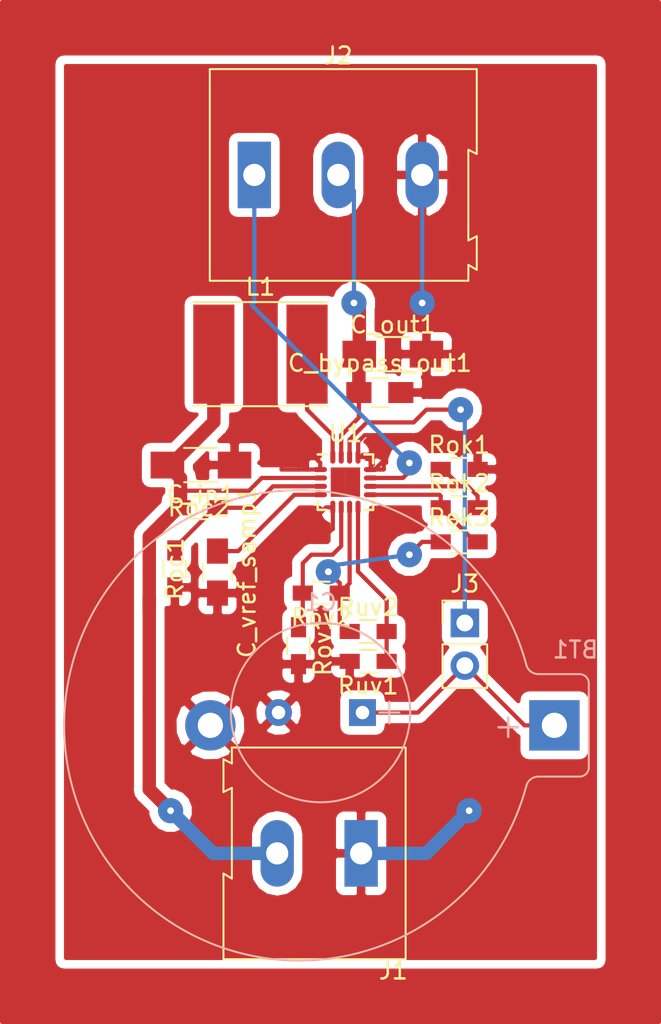
<source format=kicad_pcb>
(kicad_pcb (version 20171130) (host pcbnew 5.0.2-bee76a0~70~ubuntu16.04.1)

  (general
    (thickness 1.6)
    (drawings 0)
    (tracks 144)
    (zones 0)
    (modules 20)
    (nets 15)
  )

  (page A4)
  (layers
    (0 F.Cu signal)
    (31 B.Cu signal)
    (32 B.Adhes user)
    (33 F.Adhes user)
    (34 B.Paste user)
    (35 F.Paste user)
    (36 B.SilkS user)
    (37 F.SilkS user hide)
    (38 B.Mask user hide)
    (39 F.Mask user hide)
    (40 Dwgs.User user hide)
    (41 Cmts.User user hide)
    (42 Eco1.User user hide)
    (43 Eco2.User user hide)
    (44 Edge.Cuts user)
    (45 Margin user hide)
    (46 B.CrtYd user hide)
    (47 F.CrtYd user hide)
    (48 B.Fab user hide)
    (49 F.Fab user)
  )

  (setup
    (last_trace_width 0.25)
    (user_trace_width 0.8)
    (trace_clearance 0.2)
    (zone_clearance 0.508)
    (zone_45_only no)
    (trace_min 0.2)
    (segment_width 0.2)
    (edge_width 0.15)
    (via_size 1.5)
    (via_drill 0.4)
    (via_min_size 0.4)
    (via_min_drill 0.3)
    (uvia_size 0.3)
    (uvia_drill 0.1)
    (uvias_allowed no)
    (uvia_min_size 0.2)
    (uvia_min_drill 0.1)
    (pcb_text_width 0.3)
    (pcb_text_size 1.5 1.5)
    (mod_edge_width 0.15)
    (mod_text_size 1 1)
    (mod_text_width 0.15)
    (pad_size 1.524 1.524)
    (pad_drill 0.762)
    (pad_to_mask_clearance 0.051)
    (solder_mask_min_width 0.25)
    (aux_axis_origin 0 0)
    (visible_elements FFFFFF7F)
    (pcbplotparams
      (layerselection 0x010fc_ffffffff)
      (usegerberextensions false)
      (usegerberattributes false)
      (usegerberadvancedattributes false)
      (creategerberjobfile false)
      (excludeedgelayer true)
      (linewidth 0.100000)
      (plotframeref false)
      (viasonmask false)
      (mode 1)
      (useauxorigin false)
      (hpglpennumber 1)
      (hpglpenspeed 20)
      (hpglpendiameter 15.000000)
      (psnegative false)
      (psa4output false)
      (plotreference true)
      (plotvalue true)
      (plotinvisibletext false)
      (padsonsilk false)
      (subtractmaskfromsilk false)
      (outputformat 1)
      (mirror false)
      (drillshape 1)
      (scaleselection 1)
      (outputdirectory ""))
  )

  (net 0 "")
  (net 1 "Net-(BT1-Pad1)")
  (net 2 GND)
  (net 3 Vout)
  (net 4 Vin)
  (net 5 "Net-(C_vref_samp1-Pad1)")
  (net 6 DigitalOutput)
  (net 7 Battery)
  (net 8 "Net-(L1-Pad2)")
  (net 9 "Net-(Roc1-Pad1)")
  (net 10 "Net-(Rok1-Pad1)")
  (net 11 "Net-(Rok2-Pad1)")
  (net 12 "Net-(Rok3-Pad1)")
  (net 13 "Net-(Rov1-Pad1)")
  (net 14 "Net-(Ruv1-Pad1)")

  (net_class Default "This is the default net class."
    (clearance 0.2)
    (trace_width 0.25)
    (via_dia 1.5)
    (via_drill 0.4)
    (uvia_dia 0.3)
    (uvia_drill 0.1)
    (add_net Battery)
    (add_net DigitalOutput)
    (add_net GND)
    (add_net "Net-(BT1-Pad1)")
    (add_net "Net-(C_vref_samp1-Pad1)")
    (add_net "Net-(L1-Pad2)")
    (add_net "Net-(Roc1-Pad1)")
    (add_net "Net-(Rok1-Pad1)")
    (add_net "Net-(Rok2-Pad1)")
    (add_net "Net-(Rok3-Pad1)")
    (add_net "Net-(Rov1-Pad1)")
    (add_net "Net-(Ruv1-Pad1)")
    (add_net Vin)
    (add_net Vout)
  )

  (module Capacitors_SMD:C_0805_HandSoldering (layer F.Cu) (tedit 58AA84A8) (tstamp 5C114A5F)
    (at 152.166 119.888)
    (descr "Capacitor SMD 0805, hand soldering")
    (tags "capacitor 0805")
    (path /5C1042E9)
    (attr smd)
    (fp_text reference C_bypass_out1 (at 0 -1.75) (layer F.SilkS)
      (effects (font (size 1 1) (thickness 0.15)))
    )
    (fp_text value "100 nF" (at 0 1.75) (layer F.Fab)
      (effects (font (size 1 1) (thickness 0.15)))
    )
    (fp_line (start 2.25 0.87) (end -2.25 0.87) (layer F.CrtYd) (width 0.05))
    (fp_line (start 2.25 0.87) (end 2.25 -0.88) (layer F.CrtYd) (width 0.05))
    (fp_line (start -2.25 -0.88) (end -2.25 0.87) (layer F.CrtYd) (width 0.05))
    (fp_line (start -2.25 -0.88) (end 2.25 -0.88) (layer F.CrtYd) (width 0.05))
    (fp_line (start -0.5 0.85) (end 0.5 0.85) (layer F.SilkS) (width 0.12))
    (fp_line (start 0.5 -0.85) (end -0.5 -0.85) (layer F.SilkS) (width 0.12))
    (fp_line (start -1 -0.62) (end 1 -0.62) (layer F.Fab) (width 0.1))
    (fp_line (start 1 -0.62) (end 1 0.62) (layer F.Fab) (width 0.1))
    (fp_line (start 1 0.62) (end -1 0.62) (layer F.Fab) (width 0.1))
    (fp_line (start -1 0.62) (end -1 -0.62) (layer F.Fab) (width 0.1))
    (fp_text user %R (at 0 -1.75) (layer F.Fab)
      (effects (font (size 1 1) (thickness 0.15)))
    )
    (pad 2 smd rect (at 1.25 0) (size 1.5 1.25) (layers F.Cu F.Paste F.Mask)
      (net 2 GND))
    (pad 1 smd rect (at -1.25 0) (size 1.5 1.25) (layers F.Cu F.Paste F.Mask)
      (net 3 Vout))
    (model Capacitors_SMD.3dshapes/C_0805.wrl
      (at (xyz 0 0 0))
      (scale (xyz 1 1 1))
      (rotate (xyz 0 0 0))
    )
  )

  (module Capacitors_SMD:C_1206_HandSoldering (layer F.Cu) (tedit 58AA84D1) (tstamp 5C114A70)
    (at 141.51 124.206 180)
    (descr "Capacitor SMD 1206, hand soldering")
    (tags "capacitor 1206")
    (path /5C10A179)
    (attr smd)
    (fp_text reference C_in1 (at 0 -1.75 180) (layer F.SilkS)
      (effects (font (size 1 1) (thickness 0.15)))
    )
    (fp_text value "10 uF" (at 0 2 180) (layer F.Fab)
      (effects (font (size 1 1) (thickness 0.15)))
    )
    (fp_text user %R (at 0 -1.75 180) (layer F.Fab)
      (effects (font (size 1 1) (thickness 0.15)))
    )
    (fp_line (start -1.6 0.8) (end -1.6 -0.8) (layer F.Fab) (width 0.1))
    (fp_line (start 1.6 0.8) (end -1.6 0.8) (layer F.Fab) (width 0.1))
    (fp_line (start 1.6 -0.8) (end 1.6 0.8) (layer F.Fab) (width 0.1))
    (fp_line (start -1.6 -0.8) (end 1.6 -0.8) (layer F.Fab) (width 0.1))
    (fp_line (start 1 -1.02) (end -1 -1.02) (layer F.SilkS) (width 0.12))
    (fp_line (start -1 1.02) (end 1 1.02) (layer F.SilkS) (width 0.12))
    (fp_line (start -3.25 -1.05) (end 3.25 -1.05) (layer F.CrtYd) (width 0.05))
    (fp_line (start -3.25 -1.05) (end -3.25 1.05) (layer F.CrtYd) (width 0.05))
    (fp_line (start 3.25 1.05) (end 3.25 -1.05) (layer F.CrtYd) (width 0.05))
    (fp_line (start 3.25 1.05) (end -3.25 1.05) (layer F.CrtYd) (width 0.05))
    (pad 1 smd rect (at -2 0 180) (size 2 1.6) (layers F.Cu F.Paste F.Mask)
      (net 2 GND))
    (pad 2 smd rect (at 2 0 180) (size 2 1.6) (layers F.Cu F.Paste F.Mask)
      (net 4 Vin))
    (model Capacitors_SMD.3dshapes/C_1206.wrl
      (at (xyz 0 0 0))
      (scale (xyz 1 1 1))
      (rotate (xyz 0 0 0))
    )
  )

  (module Capacitors_SMD:C_1206_HandSoldering (layer F.Cu) (tedit 58AA84D1) (tstamp 5C114A81)
    (at 152.94 117.602)
    (descr "Capacitor SMD 1206, hand soldering")
    (tags "capacitor 1206")
    (path /5C10428F)
    (attr smd)
    (fp_text reference C_out1 (at 0 -1.75) (layer F.SilkS)
      (effects (font (size 1 1) (thickness 0.15)))
    )
    (fp_text value "22 uF" (at 0 2) (layer F.Fab)
      (effects (font (size 1 1) (thickness 0.15)))
    )
    (fp_line (start 3.25 1.05) (end -3.25 1.05) (layer F.CrtYd) (width 0.05))
    (fp_line (start 3.25 1.05) (end 3.25 -1.05) (layer F.CrtYd) (width 0.05))
    (fp_line (start -3.25 -1.05) (end -3.25 1.05) (layer F.CrtYd) (width 0.05))
    (fp_line (start -3.25 -1.05) (end 3.25 -1.05) (layer F.CrtYd) (width 0.05))
    (fp_line (start -1 1.02) (end 1 1.02) (layer F.SilkS) (width 0.12))
    (fp_line (start 1 -1.02) (end -1 -1.02) (layer F.SilkS) (width 0.12))
    (fp_line (start -1.6 -0.8) (end 1.6 -0.8) (layer F.Fab) (width 0.1))
    (fp_line (start 1.6 -0.8) (end 1.6 0.8) (layer F.Fab) (width 0.1))
    (fp_line (start 1.6 0.8) (end -1.6 0.8) (layer F.Fab) (width 0.1))
    (fp_line (start -1.6 0.8) (end -1.6 -0.8) (layer F.Fab) (width 0.1))
    (fp_text user %R (at 0 -1.75) (layer F.Fab)
      (effects (font (size 1 1) (thickness 0.15)))
    )
    (pad 2 smd rect (at 2 0) (size 2 1.6) (layers F.Cu F.Paste F.Mask)
      (net 2 GND))
    (pad 1 smd rect (at -2 0) (size 2 1.6) (layers F.Cu F.Paste F.Mask)
      (net 3 Vout))
    (model Capacitors_SMD.3dshapes/C_1206.wrl
      (at (xyz 0 0 0))
      (scale (xyz 1 1 1))
      (rotate (xyz 0 0 0))
    )
  )

  (module Capacitors_SMD:C_0805_HandSoldering (layer F.Cu) (tedit 58AA84A8) (tstamp 5C114A92)
    (at 142.494 130.576 270)
    (descr "Capacitor SMD 0805, hand soldering")
    (tags "capacitor 0805")
    (path /5C0FF480)
    (attr smd)
    (fp_text reference C_vref_samp1 (at 0 -1.75 270) (layer F.SilkS)
      (effects (font (size 1 1) (thickness 0.15)))
    )
    (fp_text value "100 nF" (at 0 1.75 270) (layer F.Fab)
      (effects (font (size 1 1) (thickness 0.15)))
    )
    (fp_text user %R (at 0 -1.75 270) (layer F.Fab)
      (effects (font (size 1 1) (thickness 0.15)))
    )
    (fp_line (start -1 0.62) (end -1 -0.62) (layer F.Fab) (width 0.1))
    (fp_line (start 1 0.62) (end -1 0.62) (layer F.Fab) (width 0.1))
    (fp_line (start 1 -0.62) (end 1 0.62) (layer F.Fab) (width 0.1))
    (fp_line (start -1 -0.62) (end 1 -0.62) (layer F.Fab) (width 0.1))
    (fp_line (start 0.5 -0.85) (end -0.5 -0.85) (layer F.SilkS) (width 0.12))
    (fp_line (start -0.5 0.85) (end 0.5 0.85) (layer F.SilkS) (width 0.12))
    (fp_line (start -2.25 -0.88) (end 2.25 -0.88) (layer F.CrtYd) (width 0.05))
    (fp_line (start -2.25 -0.88) (end -2.25 0.87) (layer F.CrtYd) (width 0.05))
    (fp_line (start 2.25 0.87) (end 2.25 -0.88) (layer F.CrtYd) (width 0.05))
    (fp_line (start 2.25 0.87) (end -2.25 0.87) (layer F.CrtYd) (width 0.05))
    (pad 1 smd rect (at -1.25 0 270) (size 1.5 1.25) (layers F.Cu F.Paste F.Mask)
      (net 5 "Net-(C_vref_samp1-Pad1)"))
    (pad 2 smd rect (at 1.25 0 270) (size 1.5 1.25) (layers F.Cu F.Paste F.Mask)
      (net 2 GND))
    (model Capacitors_SMD.3dshapes/C_0805.wrl
      (at (xyz 0 0 0))
      (scale (xyz 1 1 1))
      (rotate (xyz 0 0 0))
    )
  )

  (module TerminalBlock:TerminalBlock_Altech_AK300-2_P5.00mm (layer F.Cu) (tedit 59FF0306) (tstamp 5C114AF9)
    (at 151.05 147.32 180)
    (descr "Altech AK300 terminal block, pitch 5.0mm, 45 degree angled, see http://www.mouser.com/ds/2/16/PCBMETRC-24178.pdf")
    (tags "Altech AK300 terminal block pitch 5.0mm")
    (path /5C110D7B)
    (fp_text reference J1 (at -1.92 -6.99 180) (layer F.SilkS)
      (effects (font (size 1 1) (thickness 0.15)))
    )
    (fp_text value Conn_01x02 (at 2.78 7.75 180) (layer F.Fab)
      (effects (font (size 1 1) (thickness 0.15)))
    )
    (fp_arc (start -1.13 -4.65) (end -1.42 -4.13) (angle 104.2) (layer F.Fab) (width 0.1))
    (fp_arc (start -0.01 -3.71) (end -1.62 -5) (angle 100) (layer F.Fab) (width 0.1))
    (fp_arc (start 0.06 -6.07) (end 1.53 -4.12) (angle 75.5) (layer F.Fab) (width 0.1))
    (fp_arc (start 1.03 -4.59) (end 1.53 -5.05) (angle 90.5) (layer F.Fab) (width 0.1))
    (fp_arc (start 3.87 -4.65) (end 3.58 -4.13) (angle 104.2) (layer F.Fab) (width 0.1))
    (fp_arc (start 4.99 -3.71) (end 3.39 -5) (angle 100) (layer F.Fab) (width 0.1))
    (fp_arc (start 5.07 -6.07) (end 6.53 -4.12) (angle 75.5) (layer F.Fab) (width 0.1))
    (fp_arc (start 6.03 -4.59) (end 6.54 -5.05) (angle 90.5) (layer F.Fab) (width 0.1))
    (fp_line (start 8.36 6.47) (end -2.83 6.47) (layer F.CrtYd) (width 0.05))
    (fp_line (start 8.36 6.47) (end 8.36 -6.47) (layer F.CrtYd) (width 0.05))
    (fp_line (start -2.83 -6.47) (end -2.83 6.47) (layer F.CrtYd) (width 0.05))
    (fp_line (start -2.83 -6.47) (end 8.36 -6.47) (layer F.CrtYd) (width 0.05))
    (fp_line (start 3.36 -0.25) (end 6.67 -0.25) (layer F.Fab) (width 0.1))
    (fp_line (start 2.98 -0.25) (end 3.36 -0.25) (layer F.Fab) (width 0.1))
    (fp_line (start 7.05 -0.25) (end 6.67 -0.25) (layer F.Fab) (width 0.1))
    (fp_line (start 6.67 -0.64) (end 3.36 -0.64) (layer F.Fab) (width 0.1))
    (fp_line (start 7.61 -0.64) (end 6.67 -0.64) (layer F.Fab) (width 0.1))
    (fp_line (start 1.66 -0.64) (end 3.36 -0.64) (layer F.Fab) (width 0.1))
    (fp_line (start -1.64 -0.64) (end 1.66 -0.64) (layer F.Fab) (width 0.1))
    (fp_line (start -2.58 -0.64) (end -1.64 -0.64) (layer F.Fab) (width 0.1))
    (fp_line (start 1.66 -0.25) (end -1.64 -0.25) (layer F.Fab) (width 0.1))
    (fp_line (start 2.04 -0.25) (end 1.66 -0.25) (layer F.Fab) (width 0.1))
    (fp_line (start -2.02 -0.25) (end -1.64 -0.25) (layer F.Fab) (width 0.1))
    (fp_line (start -1.49 -4.32) (end 1.56 -4.95) (layer F.Fab) (width 0.1))
    (fp_line (start -1.62 -4.45) (end 1.44 -5.08) (layer F.Fab) (width 0.1))
    (fp_line (start 3.52 -4.32) (end 6.56 -4.95) (layer F.Fab) (width 0.1))
    (fp_line (start 3.39 -4.45) (end 6.44 -5.08) (layer F.Fab) (width 0.1))
    (fp_line (start 2.04 -5.97) (end -2.02 -5.97) (layer F.Fab) (width 0.1))
    (fp_line (start -2.02 -3.43) (end -2.02 -5.97) (layer F.Fab) (width 0.1))
    (fp_line (start 2.04 -3.43) (end -2.02 -3.43) (layer F.Fab) (width 0.1))
    (fp_line (start 2.04 -3.43) (end 2.04 -5.97) (layer F.Fab) (width 0.1))
    (fp_line (start 7.05 -3.43) (end 2.98 -3.43) (layer F.Fab) (width 0.1))
    (fp_line (start 7.05 -5.97) (end 7.05 -3.43) (layer F.Fab) (width 0.1))
    (fp_line (start 2.98 -5.97) (end 7.05 -5.97) (layer F.Fab) (width 0.1))
    (fp_line (start 2.98 -3.43) (end 2.98 -5.97) (layer F.Fab) (width 0.1))
    (fp_line (start 7.61 -3.17) (end 7.61 -1.65) (layer F.Fab) (width 0.1))
    (fp_line (start -2.58 -3.17) (end -2.58 -6.22) (layer F.Fab) (width 0.1))
    (fp_line (start -2.58 -3.17) (end 7.61 -3.17) (layer F.Fab) (width 0.1))
    (fp_line (start 7.61 -0.64) (end 7.61 4.06) (layer F.Fab) (width 0.1))
    (fp_line (start 7.61 -1.65) (end 7.61 -0.64) (layer F.Fab) (width 0.1))
    (fp_line (start -2.58 -0.64) (end -2.58 -3.17) (layer F.Fab) (width 0.1))
    (fp_line (start -2.58 6.22) (end -2.58 -0.64) (layer F.Fab) (width 0.1))
    (fp_line (start 6.67 0.51) (end 6.28 0.51) (layer F.Fab) (width 0.1))
    (fp_line (start 3.36 0.51) (end 3.74 0.51) (layer F.Fab) (width 0.1))
    (fp_line (start 1.66 0.51) (end 1.28 0.51) (layer F.Fab) (width 0.1))
    (fp_line (start -1.64 0.51) (end -1.26 0.51) (layer F.Fab) (width 0.1))
    (fp_line (start -1.64 3.68) (end -1.64 0.51) (layer F.Fab) (width 0.1))
    (fp_line (start 1.66 3.68) (end -1.64 3.68) (layer F.Fab) (width 0.1))
    (fp_line (start 1.66 3.68) (end 1.66 0.51) (layer F.Fab) (width 0.1))
    (fp_line (start 3.36 3.68) (end 3.36 0.51) (layer F.Fab) (width 0.1))
    (fp_line (start 6.67 3.68) (end 3.36 3.68) (layer F.Fab) (width 0.1))
    (fp_line (start 6.67 3.68) (end 6.67 0.51) (layer F.Fab) (width 0.1))
    (fp_line (start -2.02 4.32) (end -2.02 6.22) (layer F.Fab) (width 0.1))
    (fp_line (start 2.04 4.32) (end 2.04 -0.25) (layer F.Fab) (width 0.1))
    (fp_line (start 2.04 4.32) (end -2.02 4.32) (layer F.Fab) (width 0.1))
    (fp_line (start 7.05 4.32) (end 7.05 6.22) (layer F.Fab) (width 0.1))
    (fp_line (start 2.98 4.32) (end 2.98 -0.25) (layer F.Fab) (width 0.1))
    (fp_line (start 2.98 4.32) (end 7.05 4.32) (layer F.Fab) (width 0.1))
    (fp_line (start -2.02 6.22) (end 2.04 6.22) (layer F.Fab) (width 0.1))
    (fp_line (start -2.58 6.22) (end -2.02 6.22) (layer F.Fab) (width 0.1))
    (fp_line (start -2.02 -0.25) (end -2.02 4.32) (layer F.Fab) (width 0.1))
    (fp_line (start 2.04 6.22) (end 2.98 6.22) (layer F.Fab) (width 0.1))
    (fp_line (start 2.04 6.22) (end 2.04 4.32) (layer F.Fab) (width 0.1))
    (fp_line (start 7.05 6.22) (end 7.61 6.22) (layer F.Fab) (width 0.1))
    (fp_line (start 2.98 6.22) (end 7.05 6.22) (layer F.Fab) (width 0.1))
    (fp_line (start 7.05 -0.25) (end 7.05 4.32) (layer F.Fab) (width 0.1))
    (fp_line (start 2.98 6.22) (end 2.98 4.32) (layer F.Fab) (width 0.1))
    (fp_line (start 8.11 3.81) (end 8.11 5.46) (layer F.Fab) (width 0.1))
    (fp_line (start 7.61 4.06) (end 7.61 5.21) (layer F.Fab) (width 0.1))
    (fp_line (start 8.11 3.81) (end 7.61 4.06) (layer F.Fab) (width 0.1))
    (fp_line (start 7.61 5.21) (end 7.61 6.22) (layer F.Fab) (width 0.1))
    (fp_line (start 8.11 5.46) (end 7.61 5.21) (layer F.Fab) (width 0.1))
    (fp_line (start 8.11 -1.4) (end 7.61 -1.65) (layer F.Fab) (width 0.1))
    (fp_line (start 8.11 -6.22) (end 8.11 -1.4) (layer F.Fab) (width 0.1))
    (fp_line (start 7.61 -6.22) (end 8.11 -6.22) (layer F.Fab) (width 0.1))
    (fp_line (start 7.61 -6.22) (end -2.58 -6.22) (layer F.Fab) (width 0.1))
    (fp_line (start 7.61 -6.22) (end 7.61 -3.17) (layer F.Fab) (width 0.1))
    (fp_line (start 3.74 2.54) (end 3.74 -0.25) (layer F.Fab) (width 0.1))
    (fp_line (start 3.74 -0.25) (end 6.28 -0.25) (layer F.Fab) (width 0.1))
    (fp_line (start 6.28 2.54) (end 6.28 -0.25) (layer F.Fab) (width 0.1))
    (fp_line (start 3.74 2.54) (end 6.28 2.54) (layer F.Fab) (width 0.1))
    (fp_line (start -1.26 2.54) (end -1.26 -0.25) (layer F.Fab) (width 0.1))
    (fp_line (start -1.26 -0.25) (end 1.28 -0.25) (layer F.Fab) (width 0.1))
    (fp_line (start 1.28 2.54) (end 1.28 -0.25) (layer F.Fab) (width 0.1))
    (fp_line (start -1.26 2.54) (end 1.28 2.54) (layer F.Fab) (width 0.1))
    (fp_line (start 8.2 -6.3) (end -2.65 -6.3) (layer F.SilkS) (width 0.12))
    (fp_line (start 8.2 -1.2) (end 8.2 -6.3) (layer F.SilkS) (width 0.12))
    (fp_line (start 7.7 -1.5) (end 8.2 -1.2) (layer F.SilkS) (width 0.12))
    (fp_line (start 7.7 3.9) (end 7.7 -1.5) (layer F.SilkS) (width 0.12))
    (fp_line (start 8.2 3.65) (end 7.7 3.9) (layer F.SilkS) (width 0.12))
    (fp_line (start 8.2 3.7) (end 8.2 3.65) (layer F.SilkS) (width 0.12))
    (fp_line (start 8.2 5.6) (end 8.2 3.7) (layer F.SilkS) (width 0.12))
    (fp_line (start 7.7 5.35) (end 8.2 5.6) (layer F.SilkS) (width 0.12))
    (fp_line (start 7.7 6.3) (end 7.7 5.35) (layer F.SilkS) (width 0.12))
    (fp_line (start -2.65 6.3) (end 7.7 6.3) (layer F.SilkS) (width 0.12))
    (fp_line (start -2.65 -6.3) (end -2.65 6.3) (layer F.SilkS) (width 0.12))
    (fp_text user %R (at 2.5 -2 180) (layer F.Fab)
      (effects (font (size 1 1) (thickness 0.15)))
    )
    (pad 2 thru_hole oval (at 5 0 180) (size 1.98 3.96) (drill 1.32) (layers *.Cu *.Mask)
      (net 4 Vin))
    (pad 1 thru_hole rect (at 0 0 180) (size 1.98 3.96) (drill 1.32) (layers *.Cu *.Mask)
      (net 2 GND))
    (model ${KISYS3DMOD}/Terminal_Blocks.3dshapes/TerminalBlock_Altech_AK300-2_P5.00mm.wrl
      (at (xyz 0 0 0))
      (scale (xyz 1 1 1))
      (rotate (xyz 0 0 0))
    )
  )

  (module TerminalBlock:TerminalBlock_Altech_AK300-3_P5.00mm (layer F.Cu) (tedit 59FF0306) (tstamp 5C114B7C)
    (at 144.686 106.934)
    (descr "Altech AK300 terminal block, pitch 5.0mm, 45 degree angled, see http://www.mouser.com/ds/2/16/PCBMETRC-24178.pdf")
    (tags "Altech AK300 terminal block pitch 5.0mm")
    (path /5C117FAF)
    (fp_text reference J2 (at 5 -7.1) (layer F.SilkS)
      (effects (font (size 1 1) (thickness 0.15)))
    )
    (fp_text value Conn_01x03 (at 4.95 7.3) (layer F.Fab)
      (effects (font (size 1 1) (thickness 0.15)))
    )
    (fp_arc (start -1.16 -4.66) (end -1.44 -4.14) (angle 104.2) (layer F.Fab) (width 0.1))
    (fp_arc (start -0.04 -3.72) (end -1.64 -5.01) (angle 100) (layer F.Fab) (width 0.1))
    (fp_arc (start 0.04 -6.08) (end 1.5 -4.13) (angle 75.5) (layer F.Fab) (width 0.1))
    (fp_arc (start 1 -4.6) (end 1.51 -5.06) (angle 90.5) (layer F.Fab) (width 0.1))
    (fp_arc (start 3.85 -4.66) (end 3.56 -4.14) (angle 104.2) (layer F.Fab) (width 0.1))
    (fp_arc (start 4.96 -3.72) (end 3.36 -5.01) (angle 100) (layer F.Fab) (width 0.1))
    (fp_arc (start 5.04 -6.08) (end 6.5 -4.13) (angle 75.5) (layer F.Fab) (width 0.1))
    (fp_arc (start 6.01 -4.6) (end 6.51 -5.06) (angle 90.5) (layer F.Fab) (width 0.1))
    (fp_arc (start 11.09 -4.6) (end 11.59 -5.06) (angle 90.5) (layer F.Fab) (width 0.1))
    (fp_arc (start 10.12 -6.08) (end 11.58 -4.13) (angle 75.5) (layer F.Fab) (width 0.1))
    (fp_arc (start 10.04 -3.72) (end 8.44 -5.01) (angle 100) (layer F.Fab) (width 0.1))
    (fp_arc (start 8.93 -4.66) (end 8.64 -4.14) (angle 104.2) (layer F.Fab) (width 0.1))
    (fp_line (start 13.42 6.46) (end -2.83 6.46) (layer F.CrtYd) (width 0.05))
    (fp_line (start 13.42 6.46) (end 13.42 -6.48) (layer F.CrtYd) (width 0.05))
    (fp_line (start -2.83 -6.48) (end -2.83 6.46) (layer F.CrtYd) (width 0.05))
    (fp_line (start -2.83 -6.48) (end 13.42 -6.48) (layer F.CrtYd) (width 0.05))
    (fp_line (start 3.34 -0.26) (end 6.64 -0.26) (layer F.Fab) (width 0.1))
    (fp_line (start 2.96 -0.26) (end 3.34 -0.26) (layer F.Fab) (width 0.1))
    (fp_line (start 7.02 -0.26) (end 6.64 -0.26) (layer F.Fab) (width 0.1))
    (fp_line (start 1.64 -0.26) (end -1.67 -0.26) (layer F.Fab) (width 0.1))
    (fp_line (start 2.02 -0.26) (end 1.64 -0.26) (layer F.Fab) (width 0.1))
    (fp_line (start -2.05 -0.26) (end -1.67 -0.26) (layer F.Fab) (width 0.1))
    (fp_line (start -1.51 -4.33) (end 1.53 -4.96) (layer F.Fab) (width 0.1))
    (fp_line (start -1.64 -4.46) (end 1.41 -5.09) (layer F.Fab) (width 0.1))
    (fp_line (start 3.49 -4.33) (end 6.54 -4.96) (layer F.Fab) (width 0.1))
    (fp_line (start 3.36 -4.46) (end 6.41 -5.09) (layer F.Fab) (width 0.1))
    (fp_line (start 2.02 -5.98) (end -2.05 -5.98) (layer F.Fab) (width 0.1))
    (fp_line (start -2.05 -3.44) (end -2.05 -5.98) (layer F.Fab) (width 0.1))
    (fp_line (start 2.02 -3.44) (end -2.05 -3.44) (layer F.Fab) (width 0.1))
    (fp_line (start 2.02 -3.44) (end 2.02 -5.98) (layer F.Fab) (width 0.1))
    (fp_line (start 7.02 -3.44) (end 2.96 -3.44) (layer F.Fab) (width 0.1))
    (fp_line (start 7.02 -5.98) (end 7.02 -3.44) (layer F.Fab) (width 0.1))
    (fp_line (start 2.96 -5.98) (end 7.02 -5.98) (layer F.Fab) (width 0.1))
    (fp_line (start 2.96 -3.44) (end 2.96 -5.98) (layer F.Fab) (width 0.1))
    (fp_line (start -2.58 -3.19) (end -2.58 -6.23) (layer F.Fab) (width 0.1))
    (fp_line (start -2.58 -3.19) (end 7.58 -3.19) (layer F.Fab) (width 0.1))
    (fp_line (start -2.58 -0.65) (end -2.58 -3.19) (layer F.Fab) (width 0.1))
    (fp_line (start -2.58 6.21) (end -2.58 -0.65) (layer F.Fab) (width 0.1))
    (fp_line (start 6.64 0.5) (end 6.26 0.5) (layer F.Fab) (width 0.1))
    (fp_line (start 3.34 0.5) (end 3.72 0.5) (layer F.Fab) (width 0.1))
    (fp_line (start 1.64 0.5) (end 1.26 0.5) (layer F.Fab) (width 0.1))
    (fp_line (start -1.67 0.5) (end -1.28 0.5) (layer F.Fab) (width 0.1))
    (fp_line (start -1.67 3.67) (end -1.67 0.5) (layer F.Fab) (width 0.1))
    (fp_line (start 1.64 3.67) (end -1.67 3.67) (layer F.Fab) (width 0.1))
    (fp_line (start 1.64 3.67) (end 1.64 0.5) (layer F.Fab) (width 0.1))
    (fp_line (start 3.34 3.67) (end 3.34 0.5) (layer F.Fab) (width 0.1))
    (fp_line (start 6.64 3.67) (end 3.34 3.67) (layer F.Fab) (width 0.1))
    (fp_line (start 6.64 3.67) (end 6.64 0.5) (layer F.Fab) (width 0.1))
    (fp_line (start -2.05 4.31) (end -2.05 6.21) (layer F.Fab) (width 0.1))
    (fp_line (start 2.02 4.31) (end 2.02 -0.26) (layer F.Fab) (width 0.1))
    (fp_line (start 2.02 4.31) (end -2.05 4.31) (layer F.Fab) (width 0.1))
    (fp_line (start 7.02 4.31) (end 7.02 6.21) (layer F.Fab) (width 0.1))
    (fp_line (start 2.96 4.31) (end 2.96 -0.26) (layer F.Fab) (width 0.1))
    (fp_line (start 2.96 4.31) (end 7.02 4.31) (layer F.Fab) (width 0.1))
    (fp_line (start -2.05 6.21) (end 2.02 6.21) (layer F.Fab) (width 0.1))
    (fp_line (start -2.58 6.21) (end -2.05 6.21) (layer F.Fab) (width 0.1))
    (fp_line (start -2.05 -0.26) (end -2.05 4.31) (layer F.Fab) (width 0.1))
    (fp_line (start 2.02 6.21) (end 2.96 6.21) (layer F.Fab) (width 0.1))
    (fp_line (start 2.02 6.21) (end 2.02 4.31) (layer F.Fab) (width 0.1))
    (fp_line (start 7.02 6.21) (end 7.58 6.21) (layer F.Fab) (width 0.1))
    (fp_line (start 2.96 6.21) (end 7.02 6.21) (layer F.Fab) (width 0.1))
    (fp_line (start 7.02 -0.26) (end 7.02 4.31) (layer F.Fab) (width 0.1))
    (fp_line (start 2.96 6.21) (end 2.96 4.31) (layer F.Fab) (width 0.1))
    (fp_line (start 8.02 4.05) (end 8.02 5.2) (layer F.Fab) (width 0.1))
    (fp_line (start 8.02 5.2) (end 8.02 6.21) (layer F.Fab) (width 0.1))
    (fp_line (start 3.72 2.53) (end 3.72 -0.26) (layer F.Fab) (width 0.1))
    (fp_line (start 3.72 -0.26) (end 6.26 -0.26) (layer F.Fab) (width 0.1))
    (fp_line (start 6.26 2.53) (end 6.26 -0.26) (layer F.Fab) (width 0.1))
    (fp_line (start 3.72 2.53) (end 6.26 2.53) (layer F.Fab) (width 0.1))
    (fp_line (start -1.28 2.53) (end -1.28 -0.26) (layer F.Fab) (width 0.1))
    (fp_line (start -1.28 -0.26) (end 1.26 -0.26) (layer F.Fab) (width 0.1))
    (fp_line (start 1.26 2.53) (end 1.26 -0.26) (layer F.Fab) (width 0.1))
    (fp_line (start -1.28 2.53) (end 1.26 2.53) (layer F.Fab) (width 0.1))
    (fp_line (start 8.8 2.53) (end 11.34 2.53) (layer F.Fab) (width 0.1))
    (fp_line (start 11.34 2.53) (end 11.34 -0.26) (layer F.Fab) (width 0.1))
    (fp_line (start 8.8 -0.26) (end 11.34 -0.26) (layer F.Fab) (width 0.1))
    (fp_line (start 8.8 2.53) (end 8.8 -0.26) (layer F.Fab) (width 0.1))
    (fp_line (start 12.66 -6.23) (end 12.66 -3.19) (layer F.Fab) (width 0.1))
    (fp_line (start 12.66 -6.23) (end 13.17 -6.23) (layer F.Fab) (width 0.1))
    (fp_line (start 13.17 -6.23) (end 13.17 -1.41) (layer F.Fab) (width 0.1))
    (fp_line (start 13.17 -1.41) (end 12.66 -1.66) (layer F.Fab) (width 0.1))
    (fp_line (start 13.17 5.45) (end 12.66 5.2) (layer F.Fab) (width 0.1))
    (fp_line (start 12.66 5.2) (end 12.66 6.21) (layer F.Fab) (width 0.1))
    (fp_line (start 13.17 3.8) (end 12.66 4.05) (layer F.Fab) (width 0.1))
    (fp_line (start 12.66 4.05) (end 12.66 5.2) (layer F.Fab) (width 0.1))
    (fp_line (start 13.17 3.8) (end 13.17 5.45) (layer F.Fab) (width 0.1))
    (fp_line (start 8.04 6.21) (end 8.04 4.31) (layer F.Fab) (width 0.1))
    (fp_line (start 12.1 -0.26) (end 12.1 4.31) (layer F.Fab) (width 0.1))
    (fp_line (start 12.1 6.21) (end 12.66 6.21) (layer F.Fab) (width 0.1))
    (fp_line (start 8.04 4.31) (end 12.1 4.31) (layer F.Fab) (width 0.1))
    (fp_line (start 12.1 4.31) (end 12.1 6.21) (layer F.Fab) (width 0.1))
    (fp_line (start 11.72 3.67) (end 11.72 0.5) (layer F.Fab) (width 0.1))
    (fp_line (start 11.72 3.67) (end 8.42 3.67) (layer F.Fab) (width 0.1))
    (fp_line (start 8.42 3.67) (end 8.42 0.5) (layer F.Fab) (width 0.1))
    (fp_line (start 8.42 0.5) (end 8.8 0.5) (layer F.Fab) (width 0.1))
    (fp_line (start 11.72 0.5) (end 11.34 0.5) (layer F.Fab) (width 0.1))
    (fp_line (start 12.66 -1.66) (end 12.66 -0.65) (layer F.Fab) (width 0.1))
    (fp_line (start 12.66 -0.65) (end 12.66 4.05) (layer F.Fab) (width 0.1))
    (fp_line (start 12.66 -3.19) (end 12.66 -1.66) (layer F.Fab) (width 0.1))
    (fp_line (start 8.04 -3.44) (end 8.04 -5.98) (layer F.Fab) (width 0.1))
    (fp_line (start 8.04 -5.98) (end 12.1 -5.98) (layer F.Fab) (width 0.1))
    (fp_line (start 12.1 -5.98) (end 12.1 -3.44) (layer F.Fab) (width 0.1))
    (fp_line (start 12.1 -3.44) (end 8.04 -3.44) (layer F.Fab) (width 0.1))
    (fp_line (start 8.44 -4.46) (end 11.49 -5.09) (layer F.Fab) (width 0.1))
    (fp_line (start 8.57 -4.33) (end 11.62 -4.96) (layer F.Fab) (width 0.1))
    (fp_line (start 12.1 -0.26) (end 11.72 -0.26) (layer F.Fab) (width 0.1))
    (fp_line (start 8.04 -0.26) (end 8.42 -0.26) (layer F.Fab) (width 0.1))
    (fp_line (start 8.42 -0.26) (end 11.72 -0.26) (layer F.Fab) (width 0.1))
    (fp_line (start -2.58 -6.23) (end 12.66 -6.23) (layer F.Fab) (width 0.1))
    (fp_line (start 7.58 -3.19) (end 12.6 -3.19) (layer F.Fab) (width 0.1))
    (fp_line (start 12.09 6.21) (end 7.58 6.21) (layer F.Fab) (width 0.1))
    (fp_line (start 8.02 3.99) (end 8.02 -0.26) (layer F.Fab) (width 0.1))
    (fp_line (start 12.66 -0.65) (end -2.52 -0.65) (layer F.Fab) (width 0.1))
    (fp_line (start 13.25 -6.3) (end -2.65 -6.3) (layer F.SilkS) (width 0.12))
    (fp_line (start 13.25 -1.25) (end 13.25 -6.3) (layer F.SilkS) (width 0.12))
    (fp_line (start 12.75 -1.5) (end 13.25 -1.25) (layer F.SilkS) (width 0.12))
    (fp_line (start 12.75 3.9) (end 12.75 -1.5) (layer F.SilkS) (width 0.12))
    (fp_line (start 13.25 3.65) (end 12.75 3.9) (layer F.SilkS) (width 0.12))
    (fp_line (start 13.25 5.65) (end 13.25 3.65) (layer F.SilkS) (width 0.12))
    (fp_line (start 12.75 5.35) (end 13.25 5.65) (layer F.SilkS) (width 0.12))
    (fp_line (start 12.75 6.3) (end 12.75 5.35) (layer F.SilkS) (width 0.12))
    (fp_line (start -2.65 6.3) (end 12.75 6.3) (layer F.SilkS) (width 0.12))
    (fp_line (start -2.65 -6.3) (end -2.65 6.3) (layer F.SilkS) (width 0.12))
    (fp_text user %R (at 5 -2) (layer F.Fab)
      (effects (font (size 1 1) (thickness 0.15)))
    )
    (pad 3 thru_hole oval (at 10 0) (size 1.98 3.96) (drill 1.32) (layers *.Cu *.Mask)
      (net 2 GND))
    (pad 2 thru_hole oval (at 5 0) (size 1.98 3.96) (drill 1.32) (layers *.Cu *.Mask)
      (net 3 Vout))
    (pad 1 thru_hole rect (at 0 0) (size 1.98 3.96) (drill 1.32) (layers *.Cu *.Mask)
      (net 6 DigitalOutput))
    (model ${KISYS3DMOD}/Terminal_Blocks.3dshapes/TerminalBlock_Altech_AK300-3_P5.00mm.wrl
      (at (xyz 0 0 0))
      (scale (xyz 1 1 1))
      (rotate (xyz 0 0 0))
    )
  )

  (module Pin_Headers:Pin_Header_Straight_1x02_Pitch2.54mm (layer F.Cu) (tedit 59650532) (tstamp 5C114B92)
    (at 157.226 133.604)
    (descr "Through hole straight pin header, 1x02, 2.54mm pitch, single row")
    (tags "Through hole pin header THT 1x02 2.54mm single row")
    (path /5C121BEA)
    (fp_text reference J3 (at 0 -2.33) (layer F.SilkS)
      (effects (font (size 1 1) (thickness 0.15)))
    )
    (fp_text value Conn_01x02 (at 0 4.87) (layer F.Fab)
      (effects (font (size 1 1) (thickness 0.15)))
    )
    (fp_text user %R (at 0 1.27 90) (layer F.Fab)
      (effects (font (size 1 1) (thickness 0.15)))
    )
    (fp_line (start 1.8 -1.8) (end -1.8 -1.8) (layer F.CrtYd) (width 0.05))
    (fp_line (start 1.8 4.35) (end 1.8 -1.8) (layer F.CrtYd) (width 0.05))
    (fp_line (start -1.8 4.35) (end 1.8 4.35) (layer F.CrtYd) (width 0.05))
    (fp_line (start -1.8 -1.8) (end -1.8 4.35) (layer F.CrtYd) (width 0.05))
    (fp_line (start -1.33 -1.33) (end 0 -1.33) (layer F.SilkS) (width 0.12))
    (fp_line (start -1.33 0) (end -1.33 -1.33) (layer F.SilkS) (width 0.12))
    (fp_line (start -1.33 1.27) (end 1.33 1.27) (layer F.SilkS) (width 0.12))
    (fp_line (start 1.33 1.27) (end 1.33 3.87) (layer F.SilkS) (width 0.12))
    (fp_line (start -1.33 1.27) (end -1.33 3.87) (layer F.SilkS) (width 0.12))
    (fp_line (start -1.33 3.87) (end 1.33 3.87) (layer F.SilkS) (width 0.12))
    (fp_line (start -1.27 -0.635) (end -0.635 -1.27) (layer F.Fab) (width 0.1))
    (fp_line (start -1.27 3.81) (end -1.27 -0.635) (layer F.Fab) (width 0.1))
    (fp_line (start 1.27 3.81) (end -1.27 3.81) (layer F.Fab) (width 0.1))
    (fp_line (start 1.27 -1.27) (end 1.27 3.81) (layer F.Fab) (width 0.1))
    (fp_line (start -0.635 -1.27) (end 1.27 -1.27) (layer F.Fab) (width 0.1))
    (pad 2 thru_hole oval (at 0 2.54) (size 1.7 1.7) (drill 1) (layers *.Cu *.Mask)
      (net 1 "Net-(BT1-Pad1)"))
    (pad 1 thru_hole rect (at 0 0) (size 1.7 1.7) (drill 1) (layers *.Cu *.Mask)
      (net 7 Battery))
    (model ${KISYS3DMOD}/Pin_Headers.3dshapes/Pin_Header_Straight_1x02_Pitch2.54mm.wrl
      (at (xyz 0 0 0))
      (scale (xyz 1 1 1))
      (rotate (xyz 0 0 0))
    )
  )

  (module Inductors_SMD:L_Taiyo-Yuden_NR-60xx_HandSoldering (layer F.Cu) (tedit 5990349D) (tstamp 5C114BAB)
    (at 145.053 117.602)
    (descr "Inductor, Taiyo Yuden, NR series, Taiyo-Yuden_NR-60xx, 6.0mmx6.0mm")
    (tags "inductor taiyo-yuden nr smd")
    (path /5C0FF1C6)
    (attr smd)
    (fp_text reference L1 (at 0 -4) (layer F.SilkS)
      (effects (font (size 1 1) (thickness 0.15)))
    )
    (fp_text value "22 uH" (at 0 4.5) (layer F.Fab)
      (effects (font (size 1 1) (thickness 0.15)))
    )
    (fp_line (start 4.25 -3.25) (end -4.25 -3.25) (layer F.CrtYd) (width 0.05))
    (fp_line (start 4.25 3.25) (end 4.25 -3.25) (layer F.CrtYd) (width 0.05))
    (fp_line (start -4.25 3.25) (end 4.25 3.25) (layer F.CrtYd) (width 0.05))
    (fp_line (start -4.25 -3.25) (end -4.25 3.25) (layer F.CrtYd) (width 0.05))
    (fp_line (start -4 3.1) (end 4 3.1) (layer F.SilkS) (width 0.12))
    (fp_line (start -4 -3.1) (end 4 -3.1) (layer F.SilkS) (width 0.12))
    (fp_line (start -2 3) (end 0 3) (layer F.Fab) (width 0.1))
    (fp_line (start -3 2) (end -2 3) (layer F.Fab) (width 0.1))
    (fp_line (start -3 0) (end -3 2) (layer F.Fab) (width 0.1))
    (fp_line (start 2 3) (end 0 3) (layer F.Fab) (width 0.1))
    (fp_line (start 3 2) (end 2 3) (layer F.Fab) (width 0.1))
    (fp_line (start 3 0) (end 3 2) (layer F.Fab) (width 0.1))
    (fp_line (start 2 -3) (end 0 -3) (layer F.Fab) (width 0.1))
    (fp_line (start 3 -2) (end 2 -3) (layer F.Fab) (width 0.1))
    (fp_line (start 3 0) (end 3 -2) (layer F.Fab) (width 0.1))
    (fp_line (start -2 -3) (end 0 -3) (layer F.Fab) (width 0.1))
    (fp_line (start -3 -2) (end -2 -3) (layer F.Fab) (width 0.1))
    (fp_line (start -3 0) (end -3 -2) (layer F.Fab) (width 0.1))
    (fp_text user %R (at 0 0) (layer F.Fab)
      (effects (font (size 1 1) (thickness 0.15)))
    )
    (pad 2 smd rect (at 2.775 0) (size 2.45 5.9) (layers F.Cu F.Paste F.Mask)
      (net 8 "Net-(L1-Pad2)"))
    (pad 1 smd rect (at -2.775 0) (size 2.45 5.9) (layers F.Cu F.Paste F.Mask)
      (net 4 Vin))
    (model ${KISYS3DMOD}/Inductors_SMD.3dshapes/L_Taiyo-Yuden_NR-60xx.wrl
      (at (xyz 0 0 0))
      (scale (xyz 1 1 1))
      (rotate (xyz 0 0 0))
    )
  )

  (module Resistors_SMD:R_0603_HandSoldering (layer F.Cu) (tedit 58E0A804) (tstamp 5C114BBC)
    (at 139.954 130.386 270)
    (descr "Resistor SMD 0603, hand soldering")
    (tags "resistor 0603")
    (path /5C0FF62E)
    (attr smd)
    (fp_text reference Roc1 (at 0 0 270) (layer F.SilkS)
      (effects (font (size 1 1) (thickness 0.15)))
    )
    (fp_text value 15M (at 0 1.55 270) (layer F.Fab)
      (effects (font (size 1 1) (thickness 0.15)))
    )
    (fp_text user %R (at 0 0 270) (layer F.Fab)
      (effects (font (size 0.4 0.4) (thickness 0.075)))
    )
    (fp_line (start -0.8 0.4) (end -0.8 -0.4) (layer F.Fab) (width 0.1))
    (fp_line (start 0.8 0.4) (end -0.8 0.4) (layer F.Fab) (width 0.1))
    (fp_line (start 0.8 -0.4) (end 0.8 0.4) (layer F.Fab) (width 0.1))
    (fp_line (start -0.8 -0.4) (end 0.8 -0.4) (layer F.Fab) (width 0.1))
    (fp_line (start 0.5 0.68) (end -0.5 0.68) (layer F.SilkS) (width 0.12))
    (fp_line (start -0.5 -0.68) (end 0.5 -0.68) (layer F.SilkS) (width 0.12))
    (fp_line (start -1.96 -0.7) (end 1.95 -0.7) (layer F.CrtYd) (width 0.05))
    (fp_line (start -1.96 -0.7) (end -1.96 0.7) (layer F.CrtYd) (width 0.05))
    (fp_line (start 1.95 0.7) (end 1.95 -0.7) (layer F.CrtYd) (width 0.05))
    (fp_line (start 1.95 0.7) (end -1.96 0.7) (layer F.CrtYd) (width 0.05))
    (pad 1 smd rect (at -1.1 0 270) (size 1.2 0.9) (layers F.Cu F.Paste F.Mask)
      (net 9 "Net-(Roc1-Pad1)"))
    (pad 2 smd rect (at 1.1 0 270) (size 1.2 0.9) (layers F.Cu F.Paste F.Mask)
      (net 2 GND))
    (model ${KISYS3DMOD}/Resistors_SMD.3dshapes/R_0603.wrl
      (at (xyz 0 0 0))
      (scale (xyz 1 1 1))
      (rotate (xyz 0 0 0))
    )
  )

  (module Resistors_SMD:R_0603_HandSoldering (layer F.Cu) (tedit 58E0A804) (tstamp 5C114BCD)
    (at 141.394 126.746)
    (descr "Resistor SMD 0603, hand soldering")
    (tags "resistor 0603")
    (path /5C0FF5A2)
    (attr smd)
    (fp_text reference Roc2 (at 0 0) (layer F.SilkS)
      (effects (font (size 1 1) (thickness 0.15)))
    )
    (fp_text value 4M (at 0 1.55) (layer F.Fab)
      (effects (font (size 1 1) (thickness 0.15)))
    )
    (fp_line (start 1.95 0.7) (end -1.96 0.7) (layer F.CrtYd) (width 0.05))
    (fp_line (start 1.95 0.7) (end 1.95 -0.7) (layer F.CrtYd) (width 0.05))
    (fp_line (start -1.96 -0.7) (end -1.96 0.7) (layer F.CrtYd) (width 0.05))
    (fp_line (start -1.96 -0.7) (end 1.95 -0.7) (layer F.CrtYd) (width 0.05))
    (fp_line (start -0.5 -0.68) (end 0.5 -0.68) (layer F.SilkS) (width 0.12))
    (fp_line (start 0.5 0.68) (end -0.5 0.68) (layer F.SilkS) (width 0.12))
    (fp_line (start -0.8 -0.4) (end 0.8 -0.4) (layer F.Fab) (width 0.1))
    (fp_line (start 0.8 -0.4) (end 0.8 0.4) (layer F.Fab) (width 0.1))
    (fp_line (start 0.8 0.4) (end -0.8 0.4) (layer F.Fab) (width 0.1))
    (fp_line (start -0.8 0.4) (end -0.8 -0.4) (layer F.Fab) (width 0.1))
    (fp_text user %R (at 0 0) (layer F.Fab)
      (effects (font (size 0.4 0.4) (thickness 0.075)))
    )
    (pad 2 smd rect (at 1.1 0) (size 1.2 0.9) (layers F.Cu F.Paste F.Mask)
      (net 9 "Net-(Roc1-Pad1)"))
    (pad 1 smd rect (at -1.1 0) (size 1.2 0.9) (layers F.Cu F.Paste F.Mask)
      (net 4 Vin))
    (model ${KISYS3DMOD}/Resistors_SMD.3dshapes/R_0603.wrl
      (at (xyz 0 0 0))
      (scale (xyz 1 1 1))
      (rotate (xyz 0 0 0))
    )
  )

  (module Resistors_SMD:R_0603_HandSoldering (layer F.Cu) (tedit 58E0A804) (tstamp 5C114BDE)
    (at 156.888 124.46)
    (descr "Resistor SMD 0603, hand soldering")
    (tags "resistor 0603")
    (path /5C1054F0)
    (attr smd)
    (fp_text reference Rok1 (at 0 -1.45) (layer F.SilkS)
      (effects (font (size 1 1) (thickness 0.15)))
    )
    (fp_text value 5.95M (at 0 1.55) (layer F.Fab)
      (effects (font (size 1 1) (thickness 0.15)))
    )
    (fp_line (start 1.95 0.7) (end -1.96 0.7) (layer F.CrtYd) (width 0.05))
    (fp_line (start 1.95 0.7) (end 1.95 -0.7) (layer F.CrtYd) (width 0.05))
    (fp_line (start -1.96 -0.7) (end -1.96 0.7) (layer F.CrtYd) (width 0.05))
    (fp_line (start -1.96 -0.7) (end 1.95 -0.7) (layer F.CrtYd) (width 0.05))
    (fp_line (start -0.5 -0.68) (end 0.5 -0.68) (layer F.SilkS) (width 0.12))
    (fp_line (start 0.5 0.68) (end -0.5 0.68) (layer F.SilkS) (width 0.12))
    (fp_line (start -0.8 -0.4) (end 0.8 -0.4) (layer F.Fab) (width 0.1))
    (fp_line (start 0.8 -0.4) (end 0.8 0.4) (layer F.Fab) (width 0.1))
    (fp_line (start 0.8 0.4) (end -0.8 0.4) (layer F.Fab) (width 0.1))
    (fp_line (start -0.8 0.4) (end -0.8 -0.4) (layer F.Fab) (width 0.1))
    (fp_text user %R (at 0 0) (layer F.Fab)
      (effects (font (size 0.4 0.4) (thickness 0.075)))
    )
    (pad 2 smd rect (at 1.1 0) (size 1.2 0.9) (layers F.Cu F.Paste F.Mask)
      (net 2 GND))
    (pad 1 smd rect (at -1.1 0) (size 1.2 0.9) (layers F.Cu F.Paste F.Mask)
      (net 10 "Net-(Rok1-Pad1)"))
    (model ${KISYS3DMOD}/Resistors_SMD.3dshapes/R_0603.wrl
      (at (xyz 0 0 0))
      (scale (xyz 1 1 1))
      (rotate (xyz 0 0 0))
    )
  )

  (module Resistors_SMD:R_0603_HandSoldering (layer F.Cu) (tedit 58E0A804) (tstamp 5C114BEF)
    (at 156.888 126.746)
    (descr "Resistor SMD 0603, hand soldering")
    (tags "resistor 0603")
    (path /5C100054)
    (attr smd)
    (fp_text reference Rok2 (at 0 -1.45) (layer F.SilkS)
      (effects (font (size 1 1) (thickness 0.15)))
    )
    (fp_text value 3.57M (at 0 1.55) (layer F.Fab)
      (effects (font (size 1 1) (thickness 0.15)))
    )
    (fp_text user %R (at 0 0) (layer F.Fab)
      (effects (font (size 0.4 0.4) (thickness 0.075)))
    )
    (fp_line (start -0.8 0.4) (end -0.8 -0.4) (layer F.Fab) (width 0.1))
    (fp_line (start 0.8 0.4) (end -0.8 0.4) (layer F.Fab) (width 0.1))
    (fp_line (start 0.8 -0.4) (end 0.8 0.4) (layer F.Fab) (width 0.1))
    (fp_line (start -0.8 -0.4) (end 0.8 -0.4) (layer F.Fab) (width 0.1))
    (fp_line (start 0.5 0.68) (end -0.5 0.68) (layer F.SilkS) (width 0.12))
    (fp_line (start -0.5 -0.68) (end 0.5 -0.68) (layer F.SilkS) (width 0.12))
    (fp_line (start -1.96 -0.7) (end 1.95 -0.7) (layer F.CrtYd) (width 0.05))
    (fp_line (start -1.96 -0.7) (end -1.96 0.7) (layer F.CrtYd) (width 0.05))
    (fp_line (start 1.95 0.7) (end 1.95 -0.7) (layer F.CrtYd) (width 0.05))
    (fp_line (start 1.95 0.7) (end -1.96 0.7) (layer F.CrtYd) (width 0.05))
    (pad 1 smd rect (at -1.1 0) (size 1.2 0.9) (layers F.Cu F.Paste F.Mask)
      (net 11 "Net-(Rok2-Pad1)"))
    (pad 2 smd rect (at 1.1 0) (size 1.2 0.9) (layers F.Cu F.Paste F.Mask)
      (net 10 "Net-(Rok1-Pad1)"))
    (model ${KISYS3DMOD}/Resistors_SMD.3dshapes/R_0603.wrl
      (at (xyz 0 0 0))
      (scale (xyz 1 1 1))
      (rotate (xyz 0 0 0))
    )
  )

  (module Resistors_SMD:R_0603_HandSoldering (layer F.Cu) (tedit 58E0A804) (tstamp 5C114C00)
    (at 156.888 128.778)
    (descr "Resistor SMD 0603, hand soldering")
    (tags "resistor 0603")
    (path /5C0FFFFC)
    (attr smd)
    (fp_text reference Rok3 (at 0 -1.45) (layer F.SilkS)
      (effects (font (size 1 1) (thickness 0.15)))
    )
    (fp_text value 0.47M (at 0 1.55) (layer F.Fab)
      (effects (font (size 1 1) (thickness 0.15)))
    )
    (fp_line (start 1.95 0.7) (end -1.96 0.7) (layer F.CrtYd) (width 0.05))
    (fp_line (start 1.95 0.7) (end 1.95 -0.7) (layer F.CrtYd) (width 0.05))
    (fp_line (start -1.96 -0.7) (end -1.96 0.7) (layer F.CrtYd) (width 0.05))
    (fp_line (start -1.96 -0.7) (end 1.95 -0.7) (layer F.CrtYd) (width 0.05))
    (fp_line (start -0.5 -0.68) (end 0.5 -0.68) (layer F.SilkS) (width 0.12))
    (fp_line (start 0.5 0.68) (end -0.5 0.68) (layer F.SilkS) (width 0.12))
    (fp_line (start -0.8 -0.4) (end 0.8 -0.4) (layer F.Fab) (width 0.1))
    (fp_line (start 0.8 -0.4) (end 0.8 0.4) (layer F.Fab) (width 0.1))
    (fp_line (start 0.8 0.4) (end -0.8 0.4) (layer F.Fab) (width 0.1))
    (fp_line (start -0.8 0.4) (end -0.8 -0.4) (layer F.Fab) (width 0.1))
    (fp_text user %R (at 0 0) (layer F.Fab)
      (effects (font (size 0.4 0.4) (thickness 0.075)))
    )
    (pad 2 smd rect (at 1.1 0) (size 1.2 0.9) (layers F.Cu F.Paste F.Mask)
      (net 11 "Net-(Rok2-Pad1)"))
    (pad 1 smd rect (at -1.1 0) (size 1.2 0.9) (layers F.Cu F.Paste F.Mask)
      (net 12 "Net-(Rok3-Pad1)"))
    (model ${KISYS3DMOD}/Resistors_SMD.3dshapes/R_0603.wrl
      (at (xyz 0 0 0))
      (scale (xyz 1 1 1))
      (rotate (xyz 0 0 0))
    )
  )

  (module Resistors_SMD:R_0603_HandSoldering (layer F.Cu) (tedit 58E0A804) (tstamp 5C114C11)
    (at 147.32 134.958 270)
    (descr "Resistor SMD 0603, hand soldering")
    (tags "resistor 0603")
    (path /5C100218)
    (attr smd)
    (fp_text reference Rov1 (at 0 -1.45 270) (layer F.SilkS)
      (effects (font (size 1 1) (thickness 0.15)))
    )
    (fp_text value 5.9M (at 0 1.55 270) (layer F.Fab)
      (effects (font (size 1 1) (thickness 0.15)))
    )
    (fp_text user %R (at 0 0 270) (layer F.Fab)
      (effects (font (size 0.4 0.4) (thickness 0.075)))
    )
    (fp_line (start -0.8 0.4) (end -0.8 -0.4) (layer F.Fab) (width 0.1))
    (fp_line (start 0.8 0.4) (end -0.8 0.4) (layer F.Fab) (width 0.1))
    (fp_line (start 0.8 -0.4) (end 0.8 0.4) (layer F.Fab) (width 0.1))
    (fp_line (start -0.8 -0.4) (end 0.8 -0.4) (layer F.Fab) (width 0.1))
    (fp_line (start 0.5 0.68) (end -0.5 0.68) (layer F.SilkS) (width 0.12))
    (fp_line (start -0.5 -0.68) (end 0.5 -0.68) (layer F.SilkS) (width 0.12))
    (fp_line (start -1.96 -0.7) (end 1.95 -0.7) (layer F.CrtYd) (width 0.05))
    (fp_line (start -1.96 -0.7) (end -1.96 0.7) (layer F.CrtYd) (width 0.05))
    (fp_line (start 1.95 0.7) (end 1.95 -0.7) (layer F.CrtYd) (width 0.05))
    (fp_line (start 1.95 0.7) (end -1.96 0.7) (layer F.CrtYd) (width 0.05))
    (pad 1 smd rect (at -1.1 0 270) (size 1.2 0.9) (layers F.Cu F.Paste F.Mask)
      (net 13 "Net-(Rov1-Pad1)"))
    (pad 2 smd rect (at 1.1 0 270) (size 1.2 0.9) (layers F.Cu F.Paste F.Mask)
      (net 2 GND))
    (model ${KISYS3DMOD}/Resistors_SMD.3dshapes/R_0603.wrl
      (at (xyz 0 0 0))
      (scale (xyz 1 1 1))
      (rotate (xyz 0 0 0))
    )
  )

  (module Resistors_SMD:R_0603_HandSoldering (layer F.Cu) (tedit 58E0A804) (tstamp 5C114C22)
    (at 148.674 131.826 180)
    (descr "Resistor SMD 0603, hand soldering")
    (tags "resistor 0603")
    (path /5C100212)
    (attr smd)
    (fp_text reference Rov2 (at 0 -1.45 180) (layer F.SilkS)
      (effects (font (size 1 1) (thickness 0.15)))
    )
    (fp_text value 2M (at 0 1.55 180) (layer F.Fab)
      (effects (font (size 1 1) (thickness 0.15)))
    )
    (fp_line (start 1.95 0.7) (end -1.96 0.7) (layer F.CrtYd) (width 0.05))
    (fp_line (start 1.95 0.7) (end 1.95 -0.7) (layer F.CrtYd) (width 0.05))
    (fp_line (start -1.96 -0.7) (end -1.96 0.7) (layer F.CrtYd) (width 0.05))
    (fp_line (start -1.96 -0.7) (end 1.95 -0.7) (layer F.CrtYd) (width 0.05))
    (fp_line (start -0.5 -0.68) (end 0.5 -0.68) (layer F.SilkS) (width 0.12))
    (fp_line (start 0.5 0.68) (end -0.5 0.68) (layer F.SilkS) (width 0.12))
    (fp_line (start -0.8 -0.4) (end 0.8 -0.4) (layer F.Fab) (width 0.1))
    (fp_line (start 0.8 -0.4) (end 0.8 0.4) (layer F.Fab) (width 0.1))
    (fp_line (start 0.8 0.4) (end -0.8 0.4) (layer F.Fab) (width 0.1))
    (fp_line (start -0.8 0.4) (end -0.8 -0.4) (layer F.Fab) (width 0.1))
    (fp_text user %R (at 0 0 180) (layer F.Fab)
      (effects (font (size 0.4 0.4) (thickness 0.075)))
    )
    (pad 2 smd rect (at 1.1 0 180) (size 1.2 0.9) (layers F.Cu F.Paste F.Mask)
      (net 13 "Net-(Rov1-Pad1)"))
    (pad 1 smd rect (at -1.1 0 180) (size 1.2 0.9) (layers F.Cu F.Paste F.Mask)
      (net 12 "Net-(Rok3-Pad1)"))
    (model ${KISYS3DMOD}/Resistors_SMD.3dshapes/R_0603.wrl
      (at (xyz 0 0 0))
      (scale (xyz 1 1 1))
      (rotate (xyz 0 0 0))
    )
  )

  (module Resistors_SMD:R_0603_HandSoldering (layer F.Cu) (tedit 58E0A804) (tstamp 5C114C33)
    (at 151.468 135.89 180)
    (descr "Resistor SMD 0603, hand soldering")
    (tags "resistor 0603")
    (path /5C1000D4)
    (attr smd)
    (fp_text reference Ruv1 (at 0 -1.45 180) (layer F.SilkS)
      (effects (font (size 1 1) (thickness 0.15)))
    )
    (fp_text value 5.9M (at 0 1.55 180) (layer F.Fab)
      (effects (font (size 1 1) (thickness 0.15)))
    )
    (fp_text user %R (at 0 0 180) (layer F.Fab)
      (effects (font (size 0.4 0.4) (thickness 0.075)))
    )
    (fp_line (start -0.8 0.4) (end -0.8 -0.4) (layer F.Fab) (width 0.1))
    (fp_line (start 0.8 0.4) (end -0.8 0.4) (layer F.Fab) (width 0.1))
    (fp_line (start 0.8 -0.4) (end 0.8 0.4) (layer F.Fab) (width 0.1))
    (fp_line (start -0.8 -0.4) (end 0.8 -0.4) (layer F.Fab) (width 0.1))
    (fp_line (start 0.5 0.68) (end -0.5 0.68) (layer F.SilkS) (width 0.12))
    (fp_line (start -0.5 -0.68) (end 0.5 -0.68) (layer F.SilkS) (width 0.12))
    (fp_line (start -1.96 -0.7) (end 1.95 -0.7) (layer F.CrtYd) (width 0.05))
    (fp_line (start -1.96 -0.7) (end -1.96 0.7) (layer F.CrtYd) (width 0.05))
    (fp_line (start 1.95 0.7) (end 1.95 -0.7) (layer F.CrtYd) (width 0.05))
    (fp_line (start 1.95 0.7) (end -1.96 0.7) (layer F.CrtYd) (width 0.05))
    (pad 1 smd rect (at -1.1 0 180) (size 1.2 0.9) (layers F.Cu F.Paste F.Mask)
      (net 14 "Net-(Ruv1-Pad1)"))
    (pad 2 smd rect (at 1.1 0 180) (size 1.2 0.9) (layers F.Cu F.Paste F.Mask)
      (net 2 GND))
    (model ${KISYS3DMOD}/Resistors_SMD.3dshapes/R_0603.wrl
      (at (xyz 0 0 0))
      (scale (xyz 1 1 1))
      (rotate (xyz 0 0 0))
    )
  )

  (module Resistors_SMD:R_0603_HandSoldering (layer F.Cu) (tedit 58E0A804) (tstamp 5C1162B0)
    (at 151.468 134.112)
    (descr "Resistor SMD 0603, hand soldering")
    (tags "resistor 0603")
    (path /5C1000AC)
    (attr smd)
    (fp_text reference Ruv2 (at 0 -1.45) (layer F.SilkS)
      (effects (font (size 1 1) (thickness 0.15)))
    )
    (fp_text value 2.5M (at 0 1.55) (layer F.Fab)
      (effects (font (size 1 1) (thickness 0.15)))
    )
    (fp_line (start 1.95 0.7) (end -1.96 0.7) (layer F.CrtYd) (width 0.05))
    (fp_line (start 1.95 0.7) (end 1.95 -0.7) (layer F.CrtYd) (width 0.05))
    (fp_line (start -1.96 -0.7) (end -1.96 0.7) (layer F.CrtYd) (width 0.05))
    (fp_line (start -1.96 -0.7) (end 1.95 -0.7) (layer F.CrtYd) (width 0.05))
    (fp_line (start -0.5 -0.68) (end 0.5 -0.68) (layer F.SilkS) (width 0.12))
    (fp_line (start 0.5 0.68) (end -0.5 0.68) (layer F.SilkS) (width 0.12))
    (fp_line (start -0.8 -0.4) (end 0.8 -0.4) (layer F.Fab) (width 0.1))
    (fp_line (start 0.8 -0.4) (end 0.8 0.4) (layer F.Fab) (width 0.1))
    (fp_line (start 0.8 0.4) (end -0.8 0.4) (layer F.Fab) (width 0.1))
    (fp_line (start -0.8 0.4) (end -0.8 -0.4) (layer F.Fab) (width 0.1))
    (fp_text user %R (at 0 0) (layer F.Fab)
      (effects (font (size 0.4 0.4) (thickness 0.075)))
    )
    (pad 2 smd rect (at 1.1 0) (size 1.2 0.9) (layers F.Cu F.Paste F.Mask)
      (net 14 "Net-(Ruv1-Pad1)"))
    (pad 1 smd rect (at -1.1 0) (size 1.2 0.9) (layers F.Cu F.Paste F.Mask)
      (net 12 "Net-(Rok3-Pad1)"))
    (model ${KISYS3DMOD}/Resistors_SMD.3dshapes/R_0603.wrl
      (at (xyz 0 0 0))
      (scale (xyz 1 1 1))
      (rotate (xyz 0 0 0))
    )
  )

  (module Housings_DFN_QFN:UQFN-16-1EP_3x3mm_Pitch0.5mm (layer F.Cu) (tedit 54130A77) (tstamp 5C114C6C)
    (at 150.114 125.222)
    (descr "16-Lead Ultra Thin Quad Flat, No Lead Package (UC) - 3x3x0.5 mm Body [UQFN]; (see Microchip Packaging Specification 00000049BS.pdf)")
    (tags "QFN 0.5")
    (path /5C10172B)
    (attr smd)
    (fp_text reference U1 (at 0 -2.9) (layer F.SilkS)
      (effects (font (size 1 1) (thickness 0.15)))
    )
    (fp_text value BQ25504 (at 0 2.9) (layer F.Fab)
      (effects (font (size 1 1) (thickness 0.15)))
    )
    (fp_line (start 1.65 -1.65) (end 1.125 -1.65) (layer F.SilkS) (width 0.15))
    (fp_line (start 1.65 1.65) (end 1.125 1.65) (layer F.SilkS) (width 0.15))
    (fp_line (start -1.65 1.65) (end -1.125 1.65) (layer F.SilkS) (width 0.15))
    (fp_line (start -1.65 -1.65) (end -1.125 -1.65) (layer F.SilkS) (width 0.15))
    (fp_line (start 1.65 1.65) (end 1.65 1.125) (layer F.SilkS) (width 0.15))
    (fp_line (start -1.65 1.65) (end -1.65 1.125) (layer F.SilkS) (width 0.15))
    (fp_line (start 1.65 -1.65) (end 1.65 -1.125) (layer F.SilkS) (width 0.15))
    (fp_line (start -2.15 2.15) (end 2.15 2.15) (layer F.CrtYd) (width 0.05))
    (fp_line (start -2.15 -2.15) (end 2.15 -2.15) (layer F.CrtYd) (width 0.05))
    (fp_line (start 2.15 -2.15) (end 2.15 2.15) (layer F.CrtYd) (width 0.05))
    (fp_line (start -2.15 -2.15) (end -2.15 2.15) (layer F.CrtYd) (width 0.05))
    (fp_line (start -1.5 -0.5) (end -0.5 -1.5) (layer F.Fab) (width 0.15))
    (fp_line (start -1.5 1.5) (end -1.5 -0.5) (layer F.Fab) (width 0.15))
    (fp_line (start 1.5 1.5) (end -1.5 1.5) (layer F.Fab) (width 0.15))
    (fp_line (start 1.5 -1.5) (end 1.5 1.5) (layer F.Fab) (width 0.15))
    (fp_line (start -0.5 -1.5) (end 1.5 -1.5) (layer F.Fab) (width 0.15))
    (pad 17 smd rect (at -0.4375 -0.4375) (size 0.875 0.875) (layers F.Cu F.Paste F.Mask)
      (solder_paste_margin_ratio -0.2))
    (pad 17 smd rect (at -0.4375 0.4375) (size 0.875 0.875) (layers F.Cu F.Paste F.Mask)
      (solder_paste_margin_ratio -0.2))
    (pad 17 smd rect (at 0.4375 -0.4375) (size 0.875 0.875) (layers F.Cu F.Paste F.Mask)
      (solder_paste_margin_ratio -0.2))
    (pad 17 smd rect (at 0.4375 0.4375) (size 0.875 0.875) (layers F.Cu F.Paste F.Mask)
      (solder_paste_margin_ratio -0.2))
    (pad 16 smd oval (at -0.75 -1.5 90) (size 0.8 0.3) (layers F.Cu F.Paste F.Mask)
      (net 8 "Net-(L1-Pad2)"))
    (pad 15 smd oval (at -0.25 -1.5 90) (size 0.8 0.3) (layers F.Cu F.Paste F.Mask)
      (net 3 Vout))
    (pad 14 smd oval (at 0.25 -1.5 90) (size 0.8 0.3) (layers F.Cu F.Paste F.Mask)
      (net 7 Battery))
    (pad 13 smd oval (at 0.75 -1.5 90) (size 0.8 0.3) (layers F.Cu F.Paste F.Mask)
      (net 2 GND))
    (pad 12 smd oval (at 1.5 -0.75) (size 0.8 0.3) (layers F.Cu F.Paste F.Mask)
      (net 2 GND))
    (pad 11 smd oval (at 1.5 -0.25) (size 0.8 0.3) (layers F.Cu F.Paste F.Mask)
      (net 6 DigitalOutput))
    (pad 10 smd oval (at 1.5 0.25) (size 0.8 0.3) (layers F.Cu F.Paste F.Mask)
      (net 10 "Net-(Rok1-Pad1)"))
    (pad 9 smd oval (at 1.5 0.75) (size 0.8 0.3) (layers F.Cu F.Paste F.Mask)
      (net 11 "Net-(Rok2-Pad1)"))
    (pad 8 smd oval (at 0.75 1.5 90) (size 0.8 0.3) (layers F.Cu F.Paste F.Mask)
      (net 14 "Net-(Ruv1-Pad1)"))
    (pad 7 smd oval (at 0.25 1.5 90) (size 0.8 0.3) (layers F.Cu F.Paste F.Mask)
      (net 12 "Net-(Rok3-Pad1)"))
    (pad 6 smd oval (at -0.25 1.5 90) (size 0.8 0.3) (layers F.Cu F.Paste F.Mask)
      (net 13 "Net-(Rov1-Pad1)"))
    (pad 5 smd oval (at -0.75 1.5 90) (size 0.8 0.3) (layers F.Cu F.Paste F.Mask)
      (net 2 GND))
    (pad 4 smd oval (at -1.5 0.75) (size 0.8 0.3) (layers F.Cu F.Paste F.Mask)
      (net 5 "Net-(C_vref_samp1-Pad1)"))
    (pad 3 smd oval (at -1.5 0.25) (size 0.8 0.3) (layers F.Cu F.Paste F.Mask)
      (net 9 "Net-(Roc1-Pad1)"))
    (pad 2 smd oval (at -1.5 -0.25) (size 0.8 0.3) (layers F.Cu F.Paste F.Mask)
      (net 4 Vin))
    (pad 1 smd oval (at -1.5 -0.75) (size 0.8 0.3) (layers F.Cu F.Paste F.Mask)
      (net 2 GND))
    (model ${KISYS3DMOD}/Housings_DFN_QFN.3dshapes/UQFN-16-1EP_3x3mm_Pitch0.5mm.wrl
      (at (xyz 0 0 0))
      (scale (xyz 1 1 1))
      (rotate (xyz 0 0 0))
    )
  )

  (module Capacitors_THT:CP_Radial_Tantal_D10.5mm_P5.00mm (layer B.Cu) (tedit 597C781B) (tstamp 5C12843C)
    (at 151.13 138.938 180)
    (descr "CP, Radial_Tantal series, Radial, pin pitch=5.00mm, , diameter=10.5mm, Tantal Electrolytic Capacitor, http://cdn-reichelt.de/documents/datenblatt/B300/TANTAL-TB-Serie%23.pdf")
    (tags "CP Radial_Tantal series Radial pin pitch 5.00mm  diameter 10.5mm Tantal Electrolytic Capacitor")
    (path /5C129B16)
    (fp_text reference C1 (at 2.5 6.56 180) (layer B.SilkS)
      (effects (font (size 1 1) (thickness 0.15)) (justify mirror))
    )
    (fp_text value SuperCap (at 2.5 -6.56 180) (layer B.Fab)
      (effects (font (size 1 1) (thickness 0.15)) (justify mirror))
    )
    (fp_text user %R (at 2.5 0 180) (layer B.Fab)
      (effects (font (size 1 1) (thickness 0.15)) (justify mirror))
    )
    (fp_line (start 8.1 5.6) (end -3.1 5.6) (layer B.CrtYd) (width 0.05))
    (fp_line (start 8.1 -5.6) (end 8.1 5.6) (layer B.CrtYd) (width 0.05))
    (fp_line (start -3.1 -5.6) (end 8.1 -5.6) (layer B.CrtYd) (width 0.05))
    (fp_line (start -3.1 5.6) (end -3.1 -5.6) (layer B.CrtYd) (width 0.05))
    (fp_line (start -1.6 0.65) (end -1.6 -0.65) (layer B.SilkS) (width 0.12))
    (fp_line (start -2.2 0) (end -1 0) (layer B.SilkS) (width 0.12))
    (fp_line (start -1.6 0.65) (end -1.6 -0.65) (layer B.Fab) (width 0.1))
    (fp_line (start -2.2 0) (end -1 0) (layer B.Fab) (width 0.1))
    (fp_circle (center 2.5 0) (end 7.84 0) (layer B.SilkS) (width 0.12))
    (fp_circle (center 2.5 0) (end 7.75 0) (layer B.Fab) (width 0.1))
    (pad 2 thru_hole circle (at 5 0 180) (size 1.6 1.6) (drill 0.8) (layers *.Cu *.Mask)
      (net 2 GND))
    (pad 1 thru_hole rect (at 0 0 180) (size 1.6 1.6) (drill 0.8) (layers *.Cu *.Mask)
      (net 1 "Net-(BT1-Pad1)"))
    (model ${KISYS3DMOD}/Capacitors_THT.3dshapes/CP_Radial_Tantal_D10.5mm_P5.00mm.wrl
      (at (xyz 0 0 0))
      (scale (xyz 1 1 1))
      (rotate (xyz 0 0 0))
    )
  )

  (module Battery_Holders:Keystone_106_1x20mm-CoinCell (layer B.Cu) (tedit 5787C377) (tstamp 5C12A97A)
    (at 162.56 139.7 180)
    (descr http://www.keyelco.com/product-pdf.cfm?p=720)
    (tags "Keystone type 106 battery holder")
    (path /5C11E0BA)
    (fp_text reference BT1 (at -1.25 4.5 180) (layer B.SilkS)
      (effects (font (size 1 1) (thickness 0.15)) (justify mirror))
    )
    (fp_text value Battery_Cell (at 15 -15 180) (layer B.Fab)
      (effects (font (size 1 1) (thickness 0.15)) (justify mirror))
    )
    (fp_line (start 22.6568 6.858) (end 25.3419 9.4288) (layer B.Fab) (width 0.1))
    (fp_line (start 22.6441 -6.858) (end 25.35 -9.3734) (layer B.Fab) (width 0.1))
    (fp_arc (start -1.5 2.5) (end -1.9 2.5) (angle -90) (layer B.Fab) (width 0.1))
    (fp_arc (start -1.5 -2.5) (end -2.3 -2.5) (angle 90) (layer B.CrtYd) (width 0.05))
    (fp_line (start 0 1.3) (end 0 -1.3) (layer B.Fab) (width 0.1))
    (fp_arc (start 16.2 0) (end 16.2 1.3) (angle -180) (layer B.Fab) (width 0.1))
    (fp_arc (start 0.95 3.8) (end 0.95 3.3) (angle 70) (layer B.CrtYd) (width 0.05))
    (fp_line (start 16.2 1.3) (end 0 1.3) (layer B.Fab) (width 0.1))
    (fp_line (start 0 -1.3) (end 16.2 -1.3) (layer B.Fab) (width 0.1))
    (fp_line (start -1.9 2.5) (end -1.9 -2.5) (layer B.Fab) (width 0.1))
    (fp_line (start -1.5 -3.3) (end 0.95 -3.3) (layer B.CrtYd) (width 0.05))
    (fp_line (start 0.95 3.3) (end -1.5 3.3) (layer B.CrtYd) (width 0.05))
    (fp_arc (start 15.2 0) (end 5.18 1.3) (angle -180) (layer B.Fab) (width 0.1))
    (fp_arc (start 15.2 0) (end 9 1.3) (angle -170) (layer B.Fab) (width 0.1))
    (fp_arc (start 15.2 0) (end 13.3 1.3) (angle -150) (layer B.Fab) (width 0.1))
    (fp_arc (start 15.2 0) (end 13.3 -1.3) (angle 150) (layer B.Fab) (width 0.1))
    (fp_arc (start 15.2 0) (end 9 -1.3) (angle 170) (layer B.Fab) (width 0.1))
    (fp_arc (start 15.2 0) (end 5.18 -1.3) (angle 180) (layer B.Fab) (width 0.1))
    (fp_arc (start 15.2 0) (end 1.41 3.6) (angle -165.5) (layer B.CrtYd) (width 0.05))
    (fp_arc (start 15.2 0) (end 1.41 -3.6) (angle 165.5) (layer B.CrtYd) (width 0.05))
    (fp_arc (start 0.95 -3.8) (end 0.95 -3.3) (angle -70) (layer B.CrtYd) (width 0.05))
    (fp_line (start -2.3 2.5) (end -2.3 -2.5) (layer B.CrtYd) (width 0.05))
    (fp_arc (start -1.5 2.5) (end -2.3 2.5) (angle -90) (layer B.CrtYd) (width 0.05))
    (fp_arc (start -1.5 -2.5) (end -1.9 -2.5) (angle 90) (layer B.Fab) (width 0.1))
    (fp_line (start -1.5 -2.9) (end 0.95 -2.9) (layer B.Fab) (width 0.1))
    (fp_line (start 0.95 2.9) (end -1.5 2.9) (layer B.Fab) (width 0.1))
    (fp_line (start -2.05 2.5) (end -2.05 -2.5) (layer B.SilkS) (width 0.12))
    (fp_arc (start -1.5 -2.5) (end -2.05 -2.5) (angle 90) (layer B.SilkS) (width 0.12))
    (fp_arc (start -1.5 2.5) (end -2.05 2.5) (angle -90) (layer B.SilkS) (width 0.12))
    (fp_line (start -1.5 -3.05) (end 0.95 -3.05) (layer B.SilkS) (width 0.12))
    (fp_line (start 0.95 3.05) (end -1.5 3.05) (layer B.SilkS) (width 0.12))
    (fp_arc (start 0.95 3.8) (end 0.95 2.9) (angle 70) (layer B.Fab) (width 0.1))
    (fp_arc (start 0.95 3.8) (end 0.95 3.05) (angle 70) (layer B.SilkS) (width 0.12))
    (fp_arc (start 0.95 -3.8) (end 0.95 -2.9) (angle -70) (layer B.Fab) (width 0.1))
    (fp_arc (start 0.95 -3.8) (end 0.95 -3.05) (angle -70) (layer B.SilkS) (width 0.12))
    (fp_arc (start 15.2 0) (end 1.8 3.5) (angle -165.5) (layer B.Fab) (width 0.1))
    (fp_arc (start 15.2 0) (end 1.65 3.52) (angle -165.5) (layer B.SilkS) (width 0.12))
    (fp_arc (start 15.2 0) (end 1.8 -3.5) (angle 165.5) (layer B.Fab) (width 0.1))
    (fp_arc (start 15.2 0) (end 1.65 -3.52) (angle 165.5) (layer B.SilkS) (width 0.12))
    (fp_text user + (at 2.75 0 180) (layer B.SilkS)
      (effects (font (size 1.5 1.5) (thickness 0.15)) (justify mirror))
    )
    (pad 1 thru_hole rect (at 0 0 180) (size 3 3) (drill 1.5) (layers *.Cu *.Mask)
      (net 1 "Net-(BT1-Pad1)"))
    (pad 2 thru_hole circle (at 20.49 0 180) (size 3 3) (drill 1.5) (layers *.Cu *.Mask)
      (net 2 GND))
    (model Battery_Holders.3dshapes/Keystone_106_1x20mm-CoinCell.wrl
      (offset (xyz 15.23999977111816 0 0))
      (scale (xyz 1 1 1))
      (rotate (xyz 0 0 180))
    )
  )

  (segment (start 154.432 138.938) (end 157.226 136.144) (width 0.25) (layer F.Cu) (net 1))
  (segment (start 151.13 138.938) (end 154.432 138.938) (width 0.25) (layer F.Cu) (net 1))
  (segment (start 160.782 139.7) (end 157.226 136.144) (width 0.25) (layer F.Cu) (net 1))
  (segment (start 162.56 139.7) (end 160.782 139.7) (width 0.25) (layer F.Cu) (net 1))
  (segment (start 150.864 123.472) (end 150.876 123.46) (width 0.25) (layer F.Cu) (net 2))
  (segment (start 150.864 123.722) (end 150.864 123.472) (width 0.25) (layer F.Cu) (net 2))
  (segment (start 150.876 123.46) (end 150.876 122.81041) (width 0.25) (layer F.Cu) (net 2))
  (segment (start 150.876 122.81041) (end 151.25841 122.428) (width 0.25) (layer F.Cu) (net 2))
  (segment (start 151.25841 122.428) (end 152.4 122.428) (width 0.25) (layer F.Cu) (net 2))
  (segment (start 146.316 124.472) (end 146.304 124.46) (width 0.25) (layer F.Cu) (net 2))
  (via (at 154.686 114.554) (size 1.5) (drill 0.4) (layers F.Cu B.Cu) (net 2))
  (segment (start 154.686 106.934) (end 154.686 114.554) (width 0.25) (layer B.Cu) (net 2))
  (via (at 157.48 144.78) (size 1.5) (drill 0.4) (layers F.Cu B.Cu) (net 2))
  (segment (start 150.876 147.066) (end 150.876 146.076) (width 0.25) (layer B.Cu) (net 2))
  (segment (start 154.94 147.32) (end 157.48 144.78) (width 0.8) (layer B.Cu) (net 2))
  (segment (start 151.05 147.32) (end 154.94 147.32) (width 0.8) (layer B.Cu) (net 2))
  (segment (start 149.328 128.016) (end 149.364 128.016) (width 0.25) (layer F.Cu) (net 2))
  (segment (start 148.578 128.766) (end 149.328 128.016) (width 0.25) (layer F.Cu) (net 2))
  (segment (start 149.364 126.722) (end 149.364 128.016) (width 0.25) (layer F.Cu) (net 2))
  (segment (start 148.964 126.722) (end 148.686 127) (width 0.25) (layer F.Cu) (net 2))
  (segment (start 149.364 126.722) (end 148.964 126.722) (width 0.25) (layer F.Cu) (net 2))
  (segment (start 151.614 124.072) (end 151.734 123.952) (width 0.25) (layer F.Cu) (net 2))
  (segment (start 151.614 124.472) (end 151.614 124.072) (width 0.25) (layer F.Cu) (net 2))
  (segment (start 151.264 123.722) (end 151.384 123.842) (width 0.25) (layer F.Cu) (net 2))
  (segment (start 150.864 123.722) (end 151.264 123.722) (width 0.25) (layer F.Cu) (net 2))
  (segment (start 151.864 124.472) (end 152.384 123.952) (width 0.25) (layer F.Cu) (net 2))
  (segment (start 151.614 124.472) (end 151.864 124.472) (width 0.25) (layer F.Cu) (net 2))
  (segment (start 152.384 123.952) (end 152.4 123.952) (width 0.25) (layer F.Cu) (net 2))
  (segment (start 148.614 124.472) (end 147.84 124.472) (width 0.25) (layer F.Cu) (net 2))
  (segment (start 147.84 124.472) (end 147.32 123.952) (width 0.25) (layer F.Cu) (net 2))
  (segment (start 146.316 124.472) (end 146.316 123.964) (width 0.25) (layer F.Cu) (net 2))
  (segment (start 151.614 124.472) (end 152.388 124.472) (width 0.25) (layer F.Cu) (net 2))
  (segment (start 152.388 124.472) (end 152.4 124.46) (width 0.25) (layer F.Cu) (net 2))
  (segment (start 152.4 124.46) (end 152.4 123.444) (width 0.25) (layer F.Cu) (net 2))
  (segment (start 148.614 124.072) (end 148.336 123.794) (width 0.25) (layer F.Cu) (net 2))
  (segment (start 148.614 124.472) (end 148.614 124.072) (width 0.25) (layer F.Cu) (net 2))
  (segment (start 148.336 123.794) (end 147.986 123.794) (width 0.25) (layer F.Cu) (net 2))
  (segment (start 147.986 123.794) (end 147.828 123.952) (width 0.25) (layer F.Cu) (net 2))
  (segment (start 147.828 123.952) (end 147.828 124.472) (width 0.25) (layer F.Cu) (net 2))
  (segment (start 147.32 124.472) (end 147.32 124.46) (width 0.25) (layer F.Cu) (net 2))
  (segment (start 147.828 124.472) (end 147.32 124.472) (width 0.25) (layer F.Cu) (net 2))
  (segment (start 147.32 124.472) (end 146.316 124.472) (width 0.25) (layer F.Cu) (net 2))
  (segment (start 150.791 119.888) (end 150.916 119.888) (width 0.25) (layer F.Cu) (net 3))
  (segment (start 149.864 123.722) (end 149.864 122.432) (width 0.25) (layer F.Cu) (net 3))
  (segment (start 150.916 121.38) (end 150.916 119.888) (width 0.25) (layer F.Cu) (net 3))
  (segment (start 149.864 122.432) (end 150.916 121.38) (width 0.25) (layer F.Cu) (net 3))
  (via (at 150.622 114.554) (size 1.5) (drill 0.4) (layers F.Cu B.Cu) (net 3))
  (segment (start 150.622 107.87) (end 149.686 106.934) (width 0.25) (layer B.Cu) (net 3))
  (segment (start 150.622 114.554) (end 150.622 107.87) (width 0.25) (layer B.Cu) (net 3))
  (segment (start 150.916 117.626) (end 150.94 117.602) (width 0.8) (layer F.Cu) (net 3))
  (segment (start 150.916 119.888) (end 150.916 117.626) (width 0.8) (layer F.Cu) (net 3))
  (segment (start 150.94 114.872) (end 150.622 114.554) (width 0.8) (layer F.Cu) (net 3))
  (segment (start 150.94 117.602) (end 150.94 114.872) (width 0.8) (layer F.Cu) (net 3))
  (segment (start 145.876 147.066) (end 145.876 146.076) (width 0.25) (layer B.Cu) (net 4))
  (via (at 139.7 144.78) (size 1.5) (drill 0.4) (layers F.Cu B.Cu) (net 4))
  (segment (start 140.144 126.746) (end 140.294 126.746) (width 0.8) (layer F.Cu) (net 4))
  (segment (start 138.43 128.46) (end 140.144 126.746) (width 0.8) (layer F.Cu) (net 4))
  (segment (start 140.294 124.99) (end 139.51 124.206) (width 0.8) (layer F.Cu) (net 4))
  (segment (start 139.71 124.206) (end 142.113 121.803) (width 0.8) (layer F.Cu) (net 4))
  (segment (start 139.51 124.206) (end 139.71 124.206) (width 0.8) (layer F.Cu) (net 4))
  (segment (start 142.113 121.803) (end 142.278 121.638) (width 0.25) (layer F.Cu) (net 4))
  (segment (start 142.278 121.638) (end 142.278 117.602) (width 0.8) (layer F.Cu) (net 4))
  (segment (start 144.371002 125.73) (end 140.294 125.73) (width 0.25) (layer F.Cu) (net 4))
  (segment (start 145.129002 124.972) (end 144.371002 125.73) (width 0.25) (layer F.Cu) (net 4))
  (segment (start 148.614 124.972) (end 145.129002 124.972) (width 0.25) (layer F.Cu) (net 4))
  (segment (start 140.294 126.746) (end 140.294 125.73) (width 0.8) (layer F.Cu) (net 4))
  (segment (start 140.294 125.73) (end 140.294 124.99) (width 0.8) (layer F.Cu) (net 4))
  (segment (start 138.43 132.08) (end 138.43 128.46) (width 0.8) (layer F.Cu) (net 4))
  (segment (start 138.43 132.842) (end 138.43 132.08) (width 0.8) (layer F.Cu) (net 4))
  (segment (start 142.24 147.32) (end 139.7 144.78) (width 0.8) (layer B.Cu) (net 4))
  (segment (start 146.05 147.32) (end 142.24 147.32) (width 0.8) (layer B.Cu) (net 4))
  (segment (start 138.43 138.43) (end 138.43 132.08) (width 0.8) (layer F.Cu) (net 4))
  (segment (start 138.43 143.51) (end 138.43 138.43) (width 0.8) (layer F.Cu) (net 4))
  (segment (start 139.7 144.78) (end 138.43 143.51) (width 0.8) (layer F.Cu) (net 4))
  (segment (start 148.614 125.972) (end 147.078 125.972) (width 0.25) (layer F.Cu) (net 5))
  (segment (start 143.724 129.326) (end 142.494 129.326) (width 0.25) (layer F.Cu) (net 5))
  (segment (start 147.078 125.972) (end 143.724 129.326) (width 0.25) (layer F.Cu) (net 5))
  (segment (start 151.614 124.972) (end 153.539 124.972) (width 0.25) (layer F.Cu) (net 6))
  (via (at 153.924 124.079) (size 1.5) (drill 0.4) (layers F.Cu B.Cu) (net 6))
  (segment (start 153.924 124.587) (end 153.924 124.079) (width 0.25) (layer F.Cu) (net 6))
  (segment (start 153.539 124.972) (end 153.924 124.587) (width 0.25) (layer F.Cu) (net 6))
  (segment (start 144.686 114.521) (end 144.686 106.934) (width 0.25) (layer B.Cu) (net 6))
  (segment (start 144.526 114.681) (end 144.686 114.521) (width 0.25) (layer B.Cu) (net 6))
  (segment (start 153.924 124.079) (end 144.526 114.681) (width 0.25) (layer B.Cu) (net 6))
  (segment (start 157.226 123.698) (end 157.226 133.604) (width 0.25) (layer B.Cu) (net 7))
  (via (at 156.972 120.904) (size 1.5) (drill 0.4) (layers F.Cu B.Cu) (net 7))
  (segment (start 157.226 121.158) (end 156.972 120.904) (width 0.25) (layer B.Cu) (net 7))
  (segment (start 157.226 123.698) (end 157.226 121.158) (width 0.25) (layer B.Cu) (net 7))
  (segment (start 150.364 122.686) (end 150.364 123.722) (width 0.25) (layer F.Cu) (net 7))
  (segment (start 156.972 120.904) (end 154.94 120.904) (width 0.25) (layer F.Cu) (net 7))
  (segment (start 154.94 120.904) (end 154.178 121.666) (width 0.25) (layer F.Cu) (net 7))
  (segment (start 154.178 121.666) (end 151.384 121.666) (width 0.25) (layer F.Cu) (net 7))
  (segment (start 151.384 121.666) (end 150.364 122.686) (width 0.25) (layer F.Cu) (net 7))
  (segment (start 149.364 123.472) (end 149.352 123.46) (width 0.25) (layer F.Cu) (net 8))
  (segment (start 149.364 123.722) (end 149.364 123.472) (width 0.25) (layer F.Cu) (net 8))
  (segment (start 149.352 123.46) (end 149.352 122.428) (width 0.25) (layer F.Cu) (net 8))
  (segment (start 147.828 120.904) (end 147.828 117.602) (width 0.25) (layer F.Cu) (net 8))
  (segment (start 149.352 122.428) (end 147.828 120.904) (width 0.25) (layer F.Cu) (net 8))
  (segment (start 142.344 126.746) (end 142.494 126.746) (width 0.25) (layer F.Cu) (net 9))
  (segment (start 139.954 129.136) (end 142.344 126.746) (width 0.25) (layer F.Cu) (net 9))
  (segment (start 139.954 129.286) (end 139.954 129.136) (width 0.25) (layer F.Cu) (net 9))
  (segment (start 148.614 125.472) (end 145.8 125.472) (width 0.25) (layer F.Cu) (net 9))
  (segment (start 144.526 126.746) (end 142.494 126.746) (width 0.25) (layer F.Cu) (net 9))
  (segment (start 145.8 125.472) (end 144.526 126.746) (width 0.25) (layer F.Cu) (net 9))
  (segment (start 155.788 124.696) (end 155.788 124.46) (width 0.25) (layer F.Cu) (net 10))
  (segment (start 157.988 126.746) (end 157.838 126.746) (width 0.25) (layer F.Cu) (net 10))
  (segment (start 157.988 126.046) (end 157.988 126.746) (width 0.25) (layer F.Cu) (net 10))
  (segment (start 157.414 125.472) (end 157.988 126.046) (width 0.25) (layer F.Cu) (net 10))
  (segment (start 155.938 124.46) (end 155.788 124.46) (width 0.25) (layer F.Cu) (net 10))
  (segment (start 156.95 125.472) (end 155.938 124.46) (width 0.25) (layer F.Cu) (net 10))
  (segment (start 157.226 125.472) (end 156.95 125.472) (width 0.25) (layer F.Cu) (net 10))
  (segment (start 157.226 125.472) (end 157.414 125.472) (width 0.25) (layer F.Cu) (net 10))
  (segment (start 151.614 125.472) (end 157.226 125.472) (width 0.25) (layer F.Cu) (net 10))
  (segment (start 155.714 125.972) (end 155.788 126.046) (width 0.25) (layer F.Cu) (net 11))
  (segment (start 155.788 126.046) (end 155.788 126.746) (width 0.25) (layer F.Cu) (net 11))
  (segment (start 151.614 125.972) (end 155.714 125.972) (width 0.25) (layer F.Cu) (net 11))
  (segment (start 157.838 128.778) (end 155.806 126.746) (width 0.25) (layer F.Cu) (net 11))
  (segment (start 155.806 126.746) (end 155.788 126.746) (width 0.25) (layer F.Cu) (net 11))
  (segment (start 157.988 128.778) (end 157.838 128.778) (width 0.25) (layer F.Cu) (net 11))
  (segment (start 150.364 131.236) (end 149.774 131.826) (width 0.25) (layer F.Cu) (net 12))
  (segment (start 150.364 126.722) (end 150.364 131.236) (width 0.25) (layer F.Cu) (net 12))
  (segment (start 149.774 133.518) (end 150.368 134.112) (width 0.25) (layer F.Cu) (net 12))
  (segment (start 149.774 131.826) (end 149.774 133.518) (width 0.25) (layer F.Cu) (net 12))
  (via (at 149.098 130.556) (size 0.8) (drill 0.4) (layers F.Cu B.Cu) (net 12))
  (segment (start 149.774 131.232) (end 149.098 130.556) (width 0.25) (layer F.Cu) (net 12))
  (segment (start 149.774 131.826) (end 149.774 131.232) (width 0.25) (layer F.Cu) (net 12))
  (segment (start 149.497999 130.156001) (end 153.924 129.54) (width 0.25) (layer B.Cu) (net 12))
  (segment (start 149.098 130.556) (end 149.497999 130.156001) (width 0.25) (layer B.Cu) (net 12))
  (segment (start 154.686 128.778) (end 155.788 128.778) (width 0.25) (layer F.Cu) (net 12))
  (segment (start 153.924 129.54) (end 154.686 128.778) (width 0.25) (layer F.Cu) (net 12))
  (via (at 149.098 130.556) (size 0.8) (drill 0.4) (layers F.Cu B.Cu) (net 12) (tstamp 5C129933))
  (via (at 149.098 130.556) (size 1.5) (drill 0.4) (layers F.Cu B.Cu) (net 12))
  (via (at 153.924 129.54) (size 1.5) (drill 0.4) (layers F.Cu B.Cu) (net 12))
  (segment (start 147.574 130.048) (end 147.574 131.826) (width 0.25) (layer F.Cu) (net 13))
  (segment (start 149.864 126.722) (end 149.864 129.028) (width 0.25) (layer F.Cu) (net 13))
  (segment (start 149.864 129.028) (end 149.352 129.54) (width 0.25) (layer F.Cu) (net 13))
  (segment (start 149.352 129.54) (end 148.082 129.54) (width 0.25) (layer F.Cu) (net 13))
  (segment (start 148.082 129.54) (end 147.574 130.048) (width 0.25) (layer F.Cu) (net 13))
  (segment (start 147.574 133.604) (end 147.32 133.858) (width 0.25) (layer F.Cu) (net 13))
  (segment (start 147.574 131.826) (end 147.574 133.604) (width 0.25) (layer F.Cu) (net 13))
  (segment (start 150.864 126.722) (end 150.864 130.544) (width 0.25) (layer F.Cu) (net 14))
  (segment (start 152.568 132.248) (end 152.568 134.112) (width 0.25) (layer F.Cu) (net 14))
  (segment (start 150.864 130.544) (end 152.568 132.248) (width 0.25) (layer F.Cu) (net 14))
  (segment (start 152.568 135.89) (end 152.568 134.112) (width 0.25) (layer F.Cu) (net 14))

  (zone (net 2) (net_name GND) (layer F.Cu) (tstamp 5C12A6C8) (hatch edge 0.508)
    (priority 1)
    (connect_pads (clearance 0.508))
    (min_thickness 0.254)
    (fill yes (arc_segments 16) (thermal_gap 0.508) (thermal_bridge_width 0.508))
    (polygon
      (pts
        (xy 133.35 100.33) (xy 165.1 100.33) (xy 165.1 153.67) (xy 133.35 153.67)
      )
    )
    (filled_polygon
      (pts
        (xy 164.973 153.543) (xy 133.477 153.543) (xy 133.477 148.470044) (xy 144.425 148.470044) (xy 144.519284 148.944042)
        (xy 144.878441 149.481559) (xy 145.415957 149.840716) (xy 146.05 149.966835) (xy 146.684042 149.840716) (xy 147.221559 149.481559)
        (xy 147.580716 148.944043) (xy 147.675 148.470045) (xy 147.675 147.60575) (xy 149.425 147.60575) (xy 149.425 149.42631)
        (xy 149.521673 149.659699) (xy 149.700302 149.838327) (xy 149.933691 149.935) (xy 150.76425 149.935) (xy 150.923 149.77625)
        (xy 150.923 147.447) (xy 151.177 147.447) (xy 151.177 149.77625) (xy 151.33575 149.935) (xy 152.166309 149.935)
        (xy 152.399698 149.838327) (xy 152.578327 149.659699) (xy 152.675 149.42631) (xy 152.675 147.60575) (xy 152.51625 147.447)
        (xy 151.177 147.447) (xy 150.923 147.447) (xy 149.58375 147.447) (xy 149.425 147.60575) (xy 147.675 147.60575)
        (xy 147.675 146.169955) (xy 147.580716 145.695957) (xy 147.258476 145.21369) (xy 149.425 145.21369) (xy 149.425 147.03425)
        (xy 149.58375 147.193) (xy 150.923 147.193) (xy 150.923 144.86375) (xy 151.177 144.86375) (xy 151.177 147.193)
        (xy 152.51625 147.193) (xy 152.675 147.03425) (xy 152.675 145.21369) (xy 152.578327 144.980301) (xy 152.399698 144.801673)
        (xy 152.166309 144.705) (xy 151.33575 144.705) (xy 151.177 144.86375) (xy 150.923 144.86375) (xy 150.76425 144.705)
        (xy 149.933691 144.705) (xy 149.700302 144.801673) (xy 149.521673 144.980301) (xy 149.425 145.21369) (xy 147.258476 145.21369)
        (xy 147.221559 145.158441) (xy 146.684043 144.799284) (xy 146.05 144.673165) (xy 145.415958 144.799284) (xy 144.878442 145.158441)
        (xy 144.519285 145.695957) (xy 144.425001 146.169955) (xy 144.425 148.470044) (xy 133.477 148.470044) (xy 133.477 128.46)
        (xy 137.374724 128.46) (xy 137.395001 128.561939) (xy 137.395 131.978065) (xy 137.395 132.943934) (xy 137.395001 132.943938)
        (xy 137.395 138.531934) (xy 137.395001 138.531939) (xy 137.395 143.408066) (xy 137.374724 143.51) (xy 137.395 143.611934)
        (xy 137.455052 143.913836) (xy 137.683807 144.256193) (xy 137.770227 144.313937) (xy 138.315 144.85871) (xy 138.315 145.055494)
        (xy 138.525853 145.56454) (xy 138.91546 145.954147) (xy 139.424506 146.165) (xy 139.975494 146.165) (xy 140.48454 145.954147)
        (xy 140.874147 145.56454) (xy 141.085 145.055494) (xy 141.085 144.504506) (xy 140.874147 143.99546) (xy 140.48454 143.605853)
        (xy 139.975494 143.395) (xy 139.77871 143.395) (xy 139.465 143.08129) (xy 139.465 141.21397) (xy 140.735635 141.21397)
        (xy 140.895418 141.532739) (xy 141.686187 141.842723) (xy 142.535387 141.826497) (xy 143.244582 141.532739) (xy 143.404365 141.21397)
        (xy 142.07 139.879605) (xy 140.735635 141.21397) (xy 139.465 141.21397) (xy 139.465 139.316187) (xy 139.927277 139.316187)
        (xy 139.943503 140.165387) (xy 140.237261 140.874582) (xy 140.55603 141.034365) (xy 141.890395 139.7) (xy 142.249605 139.7)
        (xy 143.58397 141.034365) (xy 143.902739 140.874582) (xy 144.212723 140.083813) (xy 144.210085 139.945745) (xy 145.301861 139.945745)
        (xy 145.375995 140.191864) (xy 145.913223 140.384965) (xy 146.483454 140.357778) (xy 146.884005 140.191864) (xy 146.958139 139.945745)
        (xy 146.13 139.117605) (xy 145.301861 139.945745) (xy 144.210085 139.945745) (xy 144.196497 139.234613) (xy 143.983845 138.721223)
        (xy 144.683035 138.721223) (xy 144.710222 139.291454) (xy 144.876136 139.692005) (xy 145.122255 139.766139) (xy 145.950395 138.938)
        (xy 146.309605 138.938) (xy 147.137745 139.766139) (xy 147.383864 139.692005) (xy 147.576965 139.154777) (xy 147.549778 138.584546)
        (xy 147.383864 138.183995) (xy 147.231165 138.138) (xy 149.68256 138.138) (xy 149.68256 139.738) (xy 149.731843 139.985765)
        (xy 149.872191 140.195809) (xy 150.082235 140.336157) (xy 150.33 140.38544) (xy 151.93 140.38544) (xy 152.177765 140.336157)
        (xy 152.387809 140.195809) (xy 152.528157 139.985765) (xy 152.57744 139.738) (xy 152.57744 139.698) (xy 154.357153 139.698)
        (xy 154.432 139.712888) (xy 154.506847 139.698) (xy 154.506852 139.698) (xy 154.728537 139.653904) (xy 154.979929 139.485929)
        (xy 155.022331 139.42247) (xy 156.859592 137.585209) (xy 157.079744 137.629) (xy 157.372256 137.629) (xy 157.592408 137.585209)
        (xy 160.191673 140.184476) (xy 160.234071 140.247929) (xy 160.297524 140.290327) (xy 160.297526 140.290329) (xy 160.366113 140.336157)
        (xy 160.41256 140.367192) (xy 160.41256 141.2) (xy 160.461843 141.447765) (xy 160.602191 141.657809) (xy 160.812235 141.798157)
        (xy 161.06 141.84744) (xy 164.06 141.84744) (xy 164.307765 141.798157) (xy 164.517809 141.657809) (xy 164.658157 141.447765)
        (xy 164.70744 141.2) (xy 164.70744 138.2) (xy 164.658157 137.952235) (xy 164.517809 137.742191) (xy 164.307765 137.601843)
        (xy 164.06 137.55256) (xy 161.06 137.55256) (xy 160.812235 137.601843) (xy 160.602191 137.742191) (xy 160.461843 137.952235)
        (xy 160.41256 138.2) (xy 160.41256 138.255758) (xy 158.667209 136.510408) (xy 158.740092 136.144) (xy 158.624839 135.564582)
        (xy 158.296625 135.073375) (xy 158.278381 135.061184) (xy 158.323765 135.052157) (xy 158.533809 134.911809) (xy 158.674157 134.701765)
        (xy 158.72344 134.454) (xy 158.72344 132.754) (xy 158.674157 132.506235) (xy 158.533809 132.296191) (xy 158.323765 132.155843)
        (xy 158.076 132.10656) (xy 156.376 132.10656) (xy 156.128235 132.155843) (xy 155.918191 132.296191) (xy 155.777843 132.506235)
        (xy 155.72856 132.754) (xy 155.72856 134.454) (xy 155.777843 134.701765) (xy 155.918191 134.911809) (xy 156.128235 135.052157)
        (xy 156.173619 135.061184) (xy 156.155375 135.073375) (xy 155.827161 135.564582) (xy 155.711908 136.144) (xy 155.784791 136.510408)
        (xy 154.117199 138.178) (xy 152.57744 138.178) (xy 152.57744 138.138) (xy 152.528157 137.890235) (xy 152.387809 137.680191)
        (xy 152.177765 137.539843) (xy 151.93 137.49056) (xy 150.33 137.49056) (xy 150.082235 137.539843) (xy 149.872191 137.680191)
        (xy 149.731843 137.890235) (xy 149.68256 138.138) (xy 147.231165 138.138) (xy 147.137745 138.109861) (xy 146.309605 138.938)
        (xy 145.950395 138.938) (xy 145.122255 138.109861) (xy 144.876136 138.183995) (xy 144.683035 138.721223) (xy 143.983845 138.721223)
        (xy 143.902739 138.525418) (xy 143.58397 138.365635) (xy 142.249605 139.7) (xy 141.890395 139.7) (xy 140.55603 138.365635)
        (xy 140.237261 138.525418) (xy 139.927277 139.316187) (xy 139.465 139.316187) (xy 139.465 138.18603) (xy 140.735635 138.18603)
        (xy 142.07 139.520395) (xy 143.404365 138.18603) (xy 143.276158 137.930255) (xy 145.301861 137.930255) (xy 146.13 138.758395)
        (xy 146.958139 137.930255) (xy 146.884005 137.684136) (xy 146.346777 137.491035) (xy 145.776546 137.518222) (xy 145.375995 137.684136)
        (xy 145.301861 137.930255) (xy 143.276158 137.930255) (xy 143.244582 137.867261) (xy 142.453813 137.557277) (xy 141.604613 137.573503)
        (xy 140.895418 137.867261) (xy 140.735635 138.18603) (xy 139.465 138.18603) (xy 139.465 136.34375) (xy 146.235 136.34375)
        (xy 146.235 136.784309) (xy 146.331673 137.017698) (xy 146.510301 137.196327) (xy 146.74369 137.293) (xy 147.03425 137.293)
        (xy 147.193 137.13425) (xy 147.193 136.185) (xy 147.447 136.185) (xy 147.447 137.13425) (xy 147.60575 137.293)
        (xy 147.89631 137.293) (xy 148.129699 137.196327) (xy 148.308327 137.017698) (xy 148.405 136.784309) (xy 148.405 136.34375)
        (xy 148.24625 136.185) (xy 147.447 136.185) (xy 147.193 136.185) (xy 146.39375 136.185) (xy 146.235 136.34375)
        (xy 139.465 136.34375) (xy 139.465 136.17575) (xy 149.133 136.17575) (xy 149.133 136.46631) (xy 149.229673 136.699699)
        (xy 149.408302 136.878327) (xy 149.641691 136.975) (xy 150.08225 136.975) (xy 150.241 136.81625) (xy 150.241 136.017)
        (xy 149.29175 136.017) (xy 149.133 136.17575) (xy 139.465 136.17575) (xy 139.465 132.721) (xy 139.66825 132.721)
        (xy 139.827 132.56225) (xy 139.827 131.613) (xy 140.081 131.613) (xy 140.081 132.56225) (xy 140.23975 132.721)
        (xy 140.53031 132.721) (xy 140.763699 132.624327) (xy 140.942327 132.445698) (xy 141.039 132.212309) (xy 141.039 132.11175)
        (xy 141.234 132.11175) (xy 141.234 132.702309) (xy 141.330673 132.935698) (xy 141.509301 133.114327) (xy 141.74269 133.211)
        (xy 142.20825 133.211) (xy 142.367 133.05225) (xy 142.367 131.953) (xy 142.621 131.953) (xy 142.621 133.05225)
        (xy 142.77975 133.211) (xy 143.24531 133.211) (xy 143.478699 133.114327) (xy 143.657327 132.935698) (xy 143.754 132.702309)
        (xy 143.754 132.11175) (xy 143.59525 131.953) (xy 142.621 131.953) (xy 142.367 131.953) (xy 141.39275 131.953)
        (xy 141.234 132.11175) (xy 141.039 132.11175) (xy 141.039 131.77175) (xy 140.88025 131.613) (xy 140.081 131.613)
        (xy 139.827 131.613) (xy 139.807 131.613) (xy 139.807 131.359) (xy 139.827 131.359) (xy 139.827 131.339)
        (xy 140.081 131.339) (xy 140.081 131.359) (xy 140.88025 131.359) (xy 141.039 131.20025) (xy 141.039 130.759691)
        (xy 140.942327 130.526302) (xy 140.80068 130.384654) (xy 140.861809 130.343809) (xy 141.002157 130.133765) (xy 141.05144 129.886)
        (xy 141.05144 129.113361) (xy 141.22156 128.943242) (xy 141.22156 130.076) (xy 141.270843 130.323765) (xy 141.411191 130.533809)
        (xy 141.47232 130.574654) (xy 141.330673 130.716302) (xy 141.234 130.949691) (xy 141.234 131.54025) (xy 141.39275 131.699)
        (xy 142.367 131.699) (xy 142.367 131.679) (xy 142.621 131.679) (xy 142.621 131.699) (xy 143.59525 131.699)
        (xy 143.754 131.54025) (xy 143.754 130.949691) (xy 143.657327 130.716302) (xy 143.51568 130.574654) (xy 143.576809 130.533809)
        (xy 143.717157 130.323765) (xy 143.763034 130.093124) (xy 143.798847 130.086) (xy 143.798852 130.086) (xy 144.020537 130.041904)
        (xy 144.271929 129.873929) (xy 144.314331 129.81047) (xy 147.392803 126.732) (xy 148.161 126.732) (xy 148.286684 126.757)
        (xy 148.579 126.757) (xy 148.579 126.849002) (xy 148.727877 126.849002) (xy 148.559675 126.974859) (xy 148.621995 127.282443)
        (xy 148.797278 127.542765) (xy 149.058839 127.716193) (xy 149.104 127.722775) (xy 149.104001 128.713197) (xy 149.037198 128.78)
        (xy 148.156846 128.78) (xy 148.081999 128.765112) (xy 148.007152 128.78) (xy 148.007148 128.78) (xy 147.785463 128.824096)
        (xy 147.759374 128.841528) (xy 147.597526 128.949671) (xy 147.597524 128.949673) (xy 147.534071 128.992071) (xy 147.491672 129.055525)
        (xy 147.089529 129.45767) (xy 147.026071 129.500071) (xy 146.858096 129.751464) (xy 146.814 129.973149) (xy 146.814 129.973153)
        (xy 146.799112 130.048) (xy 146.814 130.122847) (xy 146.814 130.760386) (xy 146.726235 130.777843) (xy 146.516191 130.918191)
        (xy 146.375843 131.128235) (xy 146.32656 131.376) (xy 146.32656 132.276) (xy 146.375843 132.523765) (xy 146.514755 132.73166)
        (xy 146.412191 132.800191) (xy 146.271843 133.010235) (xy 146.22256 133.258) (xy 146.22256 134.458) (xy 146.271843 134.705765)
        (xy 146.412191 134.915809) (xy 146.47332 134.956654) (xy 146.331673 135.098302) (xy 146.235 135.331691) (xy 146.235 135.77225)
        (xy 146.39375 135.931) (xy 147.193 135.931) (xy 147.193 135.911) (xy 147.447 135.911) (xy 147.447 135.931)
        (xy 148.24625 135.931) (xy 148.405 135.77225) (xy 148.405 135.331691) (xy 148.308327 135.098302) (xy 148.16668 134.956654)
        (xy 148.227809 134.915809) (xy 148.368157 134.705765) (xy 148.41744 134.458) (xy 148.41744 133.258) (xy 148.368157 133.010235)
        (xy 148.334 132.959116) (xy 148.334 132.891614) (xy 148.421765 132.874157) (xy 148.631809 132.733809) (xy 148.674 132.670666)
        (xy 148.716191 132.733809) (xy 148.926235 132.874157) (xy 149.014001 132.891614) (xy 149.014001 133.443149) (xy 148.999112 133.518)
        (xy 149.058097 133.814537) (xy 149.113382 133.897276) (xy 149.12056 133.908019) (xy 149.12056 134.562) (xy 149.169843 134.809765)
        (xy 149.30217 135.007805) (xy 149.229673 135.080301) (xy 149.133 135.31369) (xy 149.133 135.60425) (xy 149.29175 135.763)
        (xy 150.241 135.763) (xy 150.241 135.743) (xy 150.495 135.743) (xy 150.495 135.763) (xy 150.515 135.763)
        (xy 150.515 136.017) (xy 150.495 136.017) (xy 150.495 136.81625) (xy 150.65375 136.975) (xy 151.094309 136.975)
        (xy 151.327698 136.878327) (xy 151.469346 136.73668) (xy 151.510191 136.797809) (xy 151.720235 136.938157) (xy 151.968 136.98744)
        (xy 153.168 136.98744) (xy 153.415765 136.938157) (xy 153.625809 136.797809) (xy 153.766157 136.587765) (xy 153.81544 136.34)
        (xy 153.81544 135.44) (xy 153.766157 135.192235) (xy 153.638377 135.001) (xy 153.766157 134.809765) (xy 153.81544 134.562)
        (xy 153.81544 133.662) (xy 153.766157 133.414235) (xy 153.625809 133.204191) (xy 153.415765 133.063843) (xy 153.328 133.046386)
        (xy 153.328 132.322847) (xy 153.342888 132.248) (xy 153.328 132.173153) (xy 153.328 132.173148) (xy 153.283904 131.951463)
        (xy 153.115929 131.700071) (xy 153.052473 131.657671) (xy 151.624 130.229199) (xy 151.624 127.175) (xy 151.649 127.049316)
        (xy 151.649 126.757) (xy 151.941316 126.757) (xy 152.067 126.732) (xy 154.54056 126.732) (xy 154.54056 127.196)
        (xy 154.589843 127.443765) (xy 154.730191 127.653809) (xy 154.892109 127.762) (xy 154.730191 127.870191) (xy 154.634535 128.013349)
        (xy 154.611152 128.018) (xy 154.611148 128.018) (xy 154.437605 128.05252) (xy 154.389462 128.062096) (xy 154.230933 128.168022)
        (xy 154.199494 128.155) (xy 153.648506 128.155) (xy 153.13946 128.365853) (xy 152.749853 128.75546) (xy 152.539 129.264506)
        (xy 152.539 129.815494) (xy 152.749853 130.32454) (xy 153.13946 130.714147) (xy 153.648506 130.925) (xy 154.199494 130.925)
        (xy 154.70854 130.714147) (xy 155.098147 130.32454) (xy 155.28417 129.87544) (xy 156.388 129.87544) (xy 156.635765 129.826157)
        (xy 156.845809 129.685809) (xy 156.888 129.622666) (xy 156.930191 129.685809) (xy 157.140235 129.826157) (xy 157.388 129.87544)
        (xy 158.588 129.87544) (xy 158.835765 129.826157) (xy 159.045809 129.685809) (xy 159.186157 129.475765) (xy 159.23544 129.228)
        (xy 159.23544 128.328) (xy 159.186157 128.080235) (xy 159.045809 127.870191) (xy 158.883891 127.762) (xy 159.045809 127.653809)
        (xy 159.186157 127.443765) (xy 159.23544 127.196) (xy 159.23544 126.296) (xy 159.186157 126.048235) (xy 159.045809 125.838191)
        (xy 158.835765 125.697843) (xy 158.643914 125.659682) (xy 158.567286 125.545) (xy 158.714309 125.545) (xy 158.947698 125.448327)
        (xy 159.126327 125.269699) (xy 159.223 125.03631) (xy 159.223 124.74575) (xy 159.06425 124.587) (xy 158.115 124.587)
        (xy 158.115 124.607) (xy 157.861 124.607) (xy 157.861 124.587) (xy 157.841 124.587) (xy 157.841 124.333)
        (xy 157.861 124.333) (xy 157.861 123.53375) (xy 158.115 123.53375) (xy 158.115 124.333) (xy 159.06425 124.333)
        (xy 159.223 124.17425) (xy 159.223 123.88369) (xy 159.126327 123.650301) (xy 158.947698 123.471673) (xy 158.714309 123.375)
        (xy 158.27375 123.375) (xy 158.115 123.53375) (xy 157.861 123.53375) (xy 157.70225 123.375) (xy 157.261691 123.375)
        (xy 157.028302 123.471673) (xy 156.886654 123.61332) (xy 156.845809 123.552191) (xy 156.635765 123.411843) (xy 156.388 123.36256)
        (xy 155.188 123.36256) (xy 155.131047 123.373888) (xy 155.098147 123.29446) (xy 154.70854 122.904853) (xy 154.199494 122.694)
        (xy 153.648506 122.694) (xy 153.13946 122.904853) (xy 152.749853 123.29446) (xy 152.539 123.803506) (xy 152.539 124.062483)
        (xy 152.434765 123.905278) (xy 152.174443 123.729995) (xy 151.866859 123.667675) (xy 151.741 123.83588) (xy 151.741 124.187)
        (xy 151.625343 124.187) (xy 151.668325 123.974859) (xy 151.50012 123.849) (xy 151.487 123.849) (xy 151.487 123.83588)
        (xy 151.361141 123.667675) (xy 151.149 123.710657) (xy 151.149 123.595) (xy 151.50012 123.595) (xy 151.668325 123.469141)
        (xy 151.606005 123.161557) (xy 151.430722 122.901235) (xy 151.306158 122.818643) (xy 151.698802 122.426) (xy 154.103153 122.426)
        (xy 154.178 122.440888) (xy 154.252847 122.426) (xy 154.252852 122.426) (xy 154.474537 122.381904) (xy 154.725929 122.213929)
        (xy 154.768331 122.15047) (xy 155.254802 121.664) (xy 155.787688 121.664) (xy 155.797853 121.68854) (xy 156.18746 122.078147)
        (xy 156.696506 122.289) (xy 157.247494 122.289) (xy 157.75654 122.078147) (xy 158.146147 121.68854) (xy 158.357 121.179494)
        (xy 158.357 120.628506) (xy 158.146147 120.11946) (xy 157.75654 119.729853) (xy 157.247494 119.519) (xy 156.696506 119.519)
        (xy 156.18746 119.729853) (xy 155.797853 120.11946) (xy 155.787688 120.144) (xy 155.014848 120.144) (xy 154.94 120.129112)
        (xy 154.865152 120.144) (xy 154.865148 120.144) (xy 154.786829 120.159579) (xy 154.64225 120.015) (xy 153.543 120.015)
        (xy 153.543 120.035) (xy 153.289 120.035) (xy 153.289 120.015) (xy 153.269 120.015) (xy 153.269 119.761)
        (xy 153.289 119.761) (xy 153.289 119.741) (xy 153.543 119.741) (xy 153.543 119.761) (xy 154.64225 119.761)
        (xy 154.801 119.60225) (xy 154.801 119.13669) (xy 154.728819 118.962431) (xy 154.813 118.87825) (xy 154.813 117.729)
        (xy 155.067 117.729) (xy 155.067 118.87825) (xy 155.22575 119.037) (xy 156.066309 119.037) (xy 156.299698 118.940327)
        (xy 156.478327 118.761699) (xy 156.575 118.52831) (xy 156.575 117.88775) (xy 156.41625 117.729) (xy 155.067 117.729)
        (xy 154.813 117.729) (xy 153.46375 117.729) (xy 153.305 117.88775) (xy 153.305 118.52831) (xy 153.346293 118.628)
        (xy 153.288998 118.628) (xy 153.288998 118.786748) (xy 153.13025 118.628) (xy 152.542486 118.628) (xy 152.58744 118.402)
        (xy 152.58744 116.802) (xy 152.562316 116.67569) (xy 153.305 116.67569) (xy 153.305 117.31625) (xy 153.46375 117.475)
        (xy 154.813 117.475) (xy 154.813 116.32575) (xy 155.067 116.32575) (xy 155.067 117.475) (xy 156.41625 117.475)
        (xy 156.575 117.31625) (xy 156.575 116.67569) (xy 156.478327 116.442301) (xy 156.299698 116.263673) (xy 156.066309 116.167)
        (xy 155.22575 116.167) (xy 155.067 116.32575) (xy 154.813 116.32575) (xy 154.65425 116.167) (xy 153.813691 116.167)
        (xy 153.580302 116.263673) (xy 153.401673 116.442301) (xy 153.305 116.67569) (xy 152.562316 116.67569) (xy 152.538157 116.554235)
        (xy 152.397809 116.344191) (xy 152.187765 116.203843) (xy 151.975 116.161522) (xy 151.975 114.973934) (xy 151.995276 114.872)
        (xy 151.993368 114.862406) (xy 152.007 114.829494) (xy 152.007 114.278506) (xy 151.796147 113.76946) (xy 151.40654 113.379853)
        (xy 150.897494 113.169) (xy 150.346506 113.169) (xy 149.83746 113.379853) (xy 149.447853 113.76946) (xy 149.323708 114.069173)
        (xy 149.300765 114.053843) (xy 149.053 114.00456) (xy 146.603 114.00456) (xy 146.355235 114.053843) (xy 146.145191 114.194191)
        (xy 146.004843 114.404235) (xy 145.95556 114.652) (xy 145.95556 120.552) (xy 146.004843 120.799765) (xy 146.145191 121.009809)
        (xy 146.355235 121.150157) (xy 146.603 121.19944) (xy 147.111878 121.19944) (xy 147.112096 121.200536) (xy 147.280071 121.451929)
        (xy 147.34353 121.494331) (xy 148.592001 122.742803) (xy 148.592 123.329328) (xy 148.579 123.394685) (xy 148.579 123.450508)
        (xy 148.577112 123.46) (xy 148.579 123.469492) (xy 148.579 123.687) (xy 148.486998 123.687) (xy 148.486998 123.835877)
        (xy 148.361141 123.667675) (xy 148.053557 123.729995) (xy 147.793235 123.905278) (xy 147.619807 124.166839) (xy 147.613225 124.212)
        (xy 145.203849 124.212) (xy 145.145 124.200294) (xy 145.145 124.078998) (xy 144.986252 124.078998) (xy 145.145 123.92025)
        (xy 145.145 123.27969) (xy 145.048327 123.046301) (xy 144.869698 122.867673) (xy 144.636309 122.771) (xy 143.79575 122.771)
        (xy 143.637 122.92975) (xy 143.637 124.079) (xy 143.657 124.079) (xy 143.657 124.333) (xy 143.637 124.333)
        (xy 143.637 124.353) (xy 143.383 124.353) (xy 143.383 124.333) (xy 142.03375 124.333) (xy 141.875 124.49175)
        (xy 141.875 124.97) (xy 141.345297 124.97) (xy 141.329 124.88807) (xy 141.329 124.888066) (xy 141.268948 124.586163)
        (xy 141.15744 124.41928) (xy 141.15744 124.22227) (xy 141.875 123.504711) (xy 141.875 123.92025) (xy 142.03375 124.079)
        (xy 143.383 124.079) (xy 143.383 122.92975) (xy 143.22425 122.771) (xy 142.608711 122.771) (xy 142.916934 122.462777)
        (xy 142.925282 122.450283) (xy 143.024193 122.384193) (xy 143.252948 122.041837) (xy 143.313 121.739935) (xy 143.313 121.19944)
        (xy 143.503 121.19944) (xy 143.750765 121.150157) (xy 143.960809 121.009809) (xy 144.101157 120.799765) (xy 144.15044 120.552)
        (xy 144.15044 114.652) (xy 144.101157 114.404235) (xy 143.960809 114.194191) (xy 143.750765 114.053843) (xy 143.503 114.00456)
        (xy 141.053 114.00456) (xy 140.805235 114.053843) (xy 140.595191 114.194191) (xy 140.454843 114.404235) (xy 140.40556 114.652)
        (xy 140.40556 120.552) (xy 140.454843 120.799765) (xy 140.595191 121.009809) (xy 140.805235 121.150157) (xy 141.053 121.19944)
        (xy 141.243 121.19944) (xy 141.243 121.209289) (xy 139.69373 122.75856) (xy 138.51 122.75856) (xy 138.262235 122.807843)
        (xy 138.052191 122.948191) (xy 137.911843 123.158235) (xy 137.86256 123.406) (xy 137.86256 125.006) (xy 137.911843 125.253765)
        (xy 138.052191 125.463809) (xy 138.262235 125.604157) (xy 138.51 125.65344) (xy 139.259 125.65344) (xy 139.259 125.82295)
        (xy 139.236191 125.838191) (xy 139.095843 126.048235) (xy 139.04656 126.296) (xy 139.04656 126.379729) (xy 137.770225 127.656065)
        (xy 137.683808 127.713807) (xy 137.626066 127.800224) (xy 137.455052 128.056164) (xy 137.374724 128.46) (xy 133.477 128.46)
        (xy 133.477 104.954) (xy 143.04856 104.954) (xy 143.04856 108.914) (xy 143.097843 109.161765) (xy 143.238191 109.371809)
        (xy 143.448235 109.512157) (xy 143.696 109.56144) (xy 145.676 109.56144) (xy 145.923765 109.512157) (xy 146.133809 109.371809)
        (xy 146.274157 109.161765) (xy 146.32344 108.914) (xy 146.32344 105.783956) (xy 148.061 105.783956) (xy 148.061001 108.084045)
        (xy 148.155285 108.558043) (xy 148.514442 109.095559) (xy 149.051958 109.454716) (xy 149.686 109.580835) (xy 150.320043 109.454716)
        (xy 150.857559 109.095559) (xy 151.216716 108.558043) (xy 151.311 108.084045) (xy 151.311 107.061) (xy 153.061 107.061)
        (xy 153.061 108.051) (xy 153.233297 108.663193) (xy 153.626754 109.162851) (xy 154.181472 109.473905) (xy 154.307135 109.504218)
        (xy 154.559 109.38474) (xy 154.559 107.061) (xy 154.813 107.061) (xy 154.813 109.38474) (xy 155.064865 109.504218)
        (xy 155.190528 109.473905) (xy 155.745246 109.162851) (xy 156.138703 108.663193) (xy 156.311 108.051) (xy 156.311 107.061)
        (xy 154.813 107.061) (xy 154.559 107.061) (xy 153.061 107.061) (xy 151.311 107.061) (xy 151.311 105.817)
        (xy 153.061 105.817) (xy 153.061 106.807) (xy 154.559 106.807) (xy 154.559 104.48326) (xy 154.813 104.48326)
        (xy 154.813 106.807) (xy 156.311 106.807) (xy 156.311 105.817) (xy 156.138703 105.204807) (xy 155.745246 104.705149)
        (xy 155.190528 104.394095) (xy 155.064865 104.363782) (xy 154.813 104.48326) (xy 154.559 104.48326) (xy 154.307135 104.363782)
        (xy 154.181472 104.394095) (xy 153.626754 104.705149) (xy 153.233297 105.204807) (xy 153.061 105.817) (xy 151.311 105.817)
        (xy 151.311 105.783955) (xy 151.216716 105.309957) (xy 150.857559 104.772441) (xy 150.320042 104.413284) (xy 149.686 104.287165)
        (xy 149.051957 104.413284) (xy 148.514441 104.772441) (xy 148.155284 105.309958) (xy 148.061 105.783956) (xy 146.32344 105.783956)
        (xy 146.32344 104.954) (xy 146.274157 104.706235) (xy 146.133809 104.496191) (xy 145.923765 104.355843) (xy 145.676 104.30656)
        (xy 143.696 104.30656) (xy 143.448235 104.355843) (xy 143.238191 104.496191) (xy 143.097843 104.706235) (xy 143.04856 104.954)
        (xy 133.477 104.954) (xy 133.477 100.457) (xy 164.973 100.457)
      )
    )
  )
  (zone (net 0) (net_name "") (layer F.Cu) (tstamp 0) (hatch edge 0.508)
    (connect_pads (clearance 0.508))
    (min_thickness 0.254)
    (fill yes (arc_segments 16) (thermal_gap 0.508) (thermal_bridge_width 0.508))
    (polygon
      (pts
        (xy 129.54 96.52) (xy 168.91 96.52) (xy 168.91 157.48) (xy 129.54 157.48)
      )
    )
    (filled_polygon
      (pts
        (xy 168.783 157.353) (xy 129.667 157.353) (xy 129.667 100.33) (xy 132.715 100.33) (xy 132.715 153.67)
        (xy 132.763336 153.913004) (xy 132.900987 154.119013) (xy 133.106996 154.256664) (xy 133.35 154.305) (xy 165.1 154.305)
        (xy 165.343004 154.256664) (xy 165.549013 154.119013) (xy 165.686664 153.913004) (xy 165.735 153.67) (xy 165.735 100.33)
        (xy 165.686664 100.086996) (xy 165.549013 99.880987) (xy 165.343004 99.743336) (xy 165.1 99.695) (xy 133.35 99.695)
        (xy 133.106996 99.743336) (xy 132.900987 99.880987) (xy 132.763336 100.086996) (xy 132.715 100.33) (xy 129.667 100.33)
        (xy 129.667 96.647) (xy 168.783 96.647)
      )
    )
  )
)

</source>
